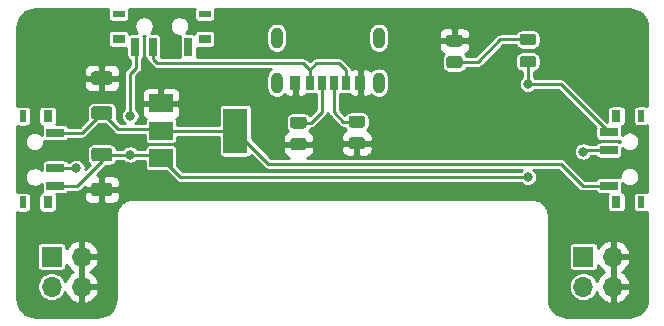
<source format=gbr>
G04 #@! TF.GenerationSoftware,KiCad,Pcbnew,(5.1.9-0-10_14)*
G04 #@! TF.CreationDate,2021-04-08T17:16:22-05:00*
G04 #@! TF.ProjectId,Power Helper,506f7765-7220-4486-956c-7065722e6b69,1*
G04 #@! TF.SameCoordinates,Original*
G04 #@! TF.FileFunction,Copper,L1,Top*
G04 #@! TF.FilePolarity,Positive*
%FSLAX46Y46*%
G04 Gerber Fmt 4.6, Leading zero omitted, Abs format (unit mm)*
G04 Created by KiCad (PCBNEW (5.1.9-0-10_14)) date 2021-04-08 17:16:22*
%MOMM*%
%LPD*%
G01*
G04 APERTURE LIST*
G04 #@! TA.AperFunction,SMDPad,CuDef*
%ADD10R,0.900000X1.150000*%
G04 #@! TD*
G04 #@! TA.AperFunction,SMDPad,CuDef*
%ADD11R,0.800000X1.150000*%
G04 #@! TD*
G04 #@! TA.AperFunction,SMDPad,CuDef*
%ADD12R,0.700000X1.150000*%
G04 #@! TD*
G04 #@! TA.AperFunction,ComponentPad*
%ADD13O,1.000000X1.800000*%
G04 #@! TD*
G04 #@! TA.AperFunction,ComponentPad*
%ADD14O,1.700000X1.700000*%
G04 #@! TD*
G04 #@! TA.AperFunction,ComponentPad*
%ADD15R,1.700000X1.700000*%
G04 #@! TD*
G04 #@! TA.AperFunction,SMDPad,CuDef*
%ADD16R,0.698500X1.498600*%
G04 #@! TD*
G04 #@! TA.AperFunction,SMDPad,CuDef*
%ADD17R,0.998220X0.599440*%
G04 #@! TD*
G04 #@! TA.AperFunction,SMDPad,CuDef*
%ADD18R,0.998220X0.797560*%
G04 #@! TD*
G04 #@! TA.AperFunction,SMDPad,CuDef*
%ADD19R,1.498600X0.698500*%
G04 #@! TD*
G04 #@! TA.AperFunction,SMDPad,CuDef*
%ADD20R,0.599440X0.998220*%
G04 #@! TD*
G04 #@! TA.AperFunction,SMDPad,CuDef*
%ADD21R,0.797560X0.998220*%
G04 #@! TD*
G04 #@! TA.AperFunction,SMDPad,CuDef*
%ADD22R,2.000000X3.800000*%
G04 #@! TD*
G04 #@! TA.AperFunction,SMDPad,CuDef*
%ADD23R,2.000000X1.500000*%
G04 #@! TD*
G04 #@! TA.AperFunction,ViaPad*
%ADD24C,0.800000*%
G04 #@! TD*
G04 #@! TA.AperFunction,Conductor*
%ADD25C,0.250000*%
G04 #@! TD*
G04 #@! TA.AperFunction,Conductor*
%ADD26C,0.254000*%
G04 #@! TD*
G04 #@! TA.AperFunction,Conductor*
%ADD27C,0.100000*%
G04 #@! TD*
G04 APERTURE END LIST*
G04 #@! TA.AperFunction,SMDPad,CuDef*
G36*
G01*
X122920999Y-97469000D02*
X124221001Y-97469000D01*
G75*
G02*
X124471000Y-97718999I0J-249999D01*
G01*
X124471000Y-98369001D01*
G75*
G02*
X124221001Y-98619000I-249999J0D01*
G01*
X122920999Y-98619000D01*
G75*
G02*
X122671000Y-98369001I0J249999D01*
G01*
X122671000Y-97718999D01*
G75*
G02*
X122920999Y-97469000I249999J0D01*
G01*
G37*
G04 #@! TD.AperFunction*
G04 #@! TA.AperFunction,SMDPad,CuDef*
G36*
G01*
X122920999Y-100419000D02*
X124221001Y-100419000D01*
G75*
G02*
X124471000Y-100668999I0J-249999D01*
G01*
X124471000Y-101319001D01*
G75*
G02*
X124221001Y-101569000I-249999J0D01*
G01*
X122920999Y-101569000D01*
G75*
G02*
X122671000Y-101319001I0J249999D01*
G01*
X122671000Y-100668999D01*
G75*
G02*
X122920999Y-100419000I249999J0D01*
G01*
G37*
G04 #@! TD.AperFunction*
G04 #@! TA.AperFunction,SMDPad,CuDef*
G36*
G01*
X124221001Y-92142000D02*
X122920999Y-92142000D01*
G75*
G02*
X122671000Y-91892001I0J249999D01*
G01*
X122671000Y-91241999D01*
G75*
G02*
X122920999Y-90992000I249999J0D01*
G01*
X124221001Y-90992000D01*
G75*
G02*
X124471000Y-91241999I0J-249999D01*
G01*
X124471000Y-91892001D01*
G75*
G02*
X124221001Y-92142000I-249999J0D01*
G01*
G37*
G04 #@! TD.AperFunction*
G04 #@! TA.AperFunction,SMDPad,CuDef*
G36*
G01*
X124221001Y-95092000D02*
X122920999Y-95092000D01*
G75*
G02*
X122671000Y-94842001I0J249999D01*
G01*
X122671000Y-94191999D01*
G75*
G02*
X122920999Y-93942000I249999J0D01*
G01*
X124221001Y-93942000D01*
G75*
G02*
X124471000Y-94191999I0J-249999D01*
G01*
X124471000Y-94842001D01*
G75*
G02*
X124221001Y-95092000I-249999J0D01*
G01*
G37*
G04 #@! TD.AperFunction*
G04 #@! TA.AperFunction,SMDPad,CuDef*
G36*
G01*
X159182750Y-87807500D02*
X160095250Y-87807500D01*
G75*
G02*
X160339000Y-88051250I0J-243750D01*
G01*
X160339000Y-88538750D01*
G75*
G02*
X160095250Y-88782500I-243750J0D01*
G01*
X159182750Y-88782500D01*
G75*
G02*
X158939000Y-88538750I0J243750D01*
G01*
X158939000Y-88051250D01*
G75*
G02*
X159182750Y-87807500I243750J0D01*
G01*
G37*
G04 #@! TD.AperFunction*
G04 #@! TA.AperFunction,SMDPad,CuDef*
G36*
G01*
X159182750Y-89682500D02*
X160095250Y-89682500D01*
G75*
G02*
X160339000Y-89926250I0J-243750D01*
G01*
X160339000Y-90413750D01*
G75*
G02*
X160095250Y-90657500I-243750J0D01*
G01*
X159182750Y-90657500D01*
G75*
G02*
X158939000Y-90413750I0J243750D01*
G01*
X158939000Y-89926250D01*
G75*
G02*
X159182750Y-89682500I243750J0D01*
G01*
G37*
G04 #@! TD.AperFunction*
D10*
X139954000Y-91948000D03*
X145454000Y-91948000D03*
D11*
X141184000Y-91948000D03*
X144224000Y-91948000D03*
D12*
X143204000Y-91948000D03*
X142204000Y-91948000D03*
D13*
X147024000Y-91948000D03*
X138384000Y-91948000D03*
X147024000Y-88148000D03*
X138384000Y-88148000D03*
D14*
X121858000Y-109220000D03*
X119318000Y-109220000D03*
X121858000Y-106680000D03*
D15*
X119318000Y-106680000D03*
X164338000Y-106680000D03*
D14*
X166878000Y-106680000D03*
X164338000Y-109220000D03*
X166878000Y-109220000D03*
G04 #@! TA.AperFunction,SMDPad,CuDef*
G36*
G01*
X139757999Y-94817500D02*
X140658001Y-94817500D01*
G75*
G02*
X140908000Y-95067499I0J-249999D01*
G01*
X140908000Y-95592501D01*
G75*
G02*
X140658001Y-95842500I-249999J0D01*
G01*
X139757999Y-95842500D01*
G75*
G02*
X139508000Y-95592501I0J249999D01*
G01*
X139508000Y-95067499D01*
G75*
G02*
X139757999Y-94817500I249999J0D01*
G01*
G37*
G04 #@! TD.AperFunction*
G04 #@! TA.AperFunction,SMDPad,CuDef*
G36*
G01*
X139757999Y-96642500D02*
X140658001Y-96642500D01*
G75*
G02*
X140908000Y-96892499I0J-249999D01*
G01*
X140908000Y-97417501D01*
G75*
G02*
X140658001Y-97667500I-249999J0D01*
G01*
X139757999Y-97667500D01*
G75*
G02*
X139508000Y-97417501I0J249999D01*
G01*
X139508000Y-96892499D01*
G75*
G02*
X139757999Y-96642500I249999J0D01*
G01*
G37*
G04 #@! TD.AperFunction*
G04 #@! TA.AperFunction,SMDPad,CuDef*
G36*
G01*
X144710999Y-96562500D02*
X145611001Y-96562500D01*
G75*
G02*
X145861000Y-96812499I0J-249999D01*
G01*
X145861000Y-97337501D01*
G75*
G02*
X145611001Y-97587500I-249999J0D01*
G01*
X144710999Y-97587500D01*
G75*
G02*
X144461000Y-97337501I0J249999D01*
G01*
X144461000Y-96812499D01*
G75*
G02*
X144710999Y-96562500I249999J0D01*
G01*
G37*
G04 #@! TD.AperFunction*
G04 #@! TA.AperFunction,SMDPad,CuDef*
G36*
G01*
X144710999Y-94737500D02*
X145611001Y-94737500D01*
G75*
G02*
X145861000Y-94987499I0J-249999D01*
G01*
X145861000Y-95512501D01*
G75*
G02*
X145611001Y-95762500I-249999J0D01*
G01*
X144710999Y-95762500D01*
G75*
G02*
X144461000Y-95512501I0J249999D01*
G01*
X144461000Y-94987499D01*
G75*
G02*
X144710999Y-94737500I249999J0D01*
G01*
G37*
G04 #@! TD.AperFunction*
G04 #@! TA.AperFunction,SMDPad,CuDef*
G36*
G01*
X153866001Y-90729500D02*
X152965999Y-90729500D01*
G75*
G02*
X152716000Y-90479501I0J249999D01*
G01*
X152716000Y-89954499D01*
G75*
G02*
X152965999Y-89704500I249999J0D01*
G01*
X153866001Y-89704500D01*
G75*
G02*
X154116000Y-89954499I0J-249999D01*
G01*
X154116000Y-90479501D01*
G75*
G02*
X153866001Y-90729500I-249999J0D01*
G01*
G37*
G04 #@! TD.AperFunction*
G04 #@! TA.AperFunction,SMDPad,CuDef*
G36*
G01*
X153866001Y-88904500D02*
X152965999Y-88904500D01*
G75*
G02*
X152716000Y-88654501I0J249999D01*
G01*
X152716000Y-88129499D01*
G75*
G02*
X152965999Y-87879500I249999J0D01*
G01*
X153866001Y-87879500D01*
G75*
G02*
X154116000Y-88129499I0J-249999D01*
G01*
X154116000Y-88654501D01*
G75*
G02*
X153866001Y-88904500I-249999J0D01*
G01*
G37*
G04 #@! TD.AperFunction*
D16*
X126390400Y-88900000D03*
X127889000Y-88900000D03*
X130886200Y-88900000D03*
D17*
X124988320Y-86154260D03*
D18*
X124988320Y-88252300D03*
D17*
X132288280Y-86154260D03*
D18*
X132288280Y-88252300D03*
D19*
X119634000Y-100685600D03*
X119634000Y-99187000D03*
X119634000Y-96189800D03*
D20*
X116888260Y-102087680D03*
D21*
X118986300Y-102087680D03*
D20*
X116888260Y-94787720D03*
D21*
X118986300Y-94787720D03*
D19*
X166497000Y-96164400D03*
X166497000Y-97663000D03*
X166497000Y-100660200D03*
D20*
X169242740Y-94762320D03*
D21*
X167144700Y-94762320D03*
D20*
X169242740Y-102062280D03*
D21*
X167144700Y-102062280D03*
D22*
X134874000Y-96012000D03*
D23*
X128574000Y-96012000D03*
X128574000Y-98312000D03*
X128574000Y-93712000D03*
D24*
X159639000Y-92075000D03*
X159639000Y-99949000D03*
X125984000Y-94742000D03*
X125984000Y-98044000D03*
X149733000Y-95123000D03*
X162306000Y-94996000D03*
X119761000Y-89027000D03*
X121412000Y-99187000D03*
X164338000Y-97790000D03*
D25*
X159639000Y-92075000D02*
X159639000Y-90170000D01*
X162407600Y-92075000D02*
X166497000Y-96164400D01*
X159639000Y-92075000D02*
X162407600Y-92075000D01*
X128574000Y-98312000D02*
X130211000Y-99949000D01*
X130211000Y-99949000D02*
X159639000Y-99949000D01*
X123571000Y-98044000D02*
X125984000Y-98044000D01*
X128306000Y-98044000D02*
X125984000Y-98044000D01*
X128574000Y-98312000D02*
X128306000Y-98044000D01*
X126492000Y-90678000D02*
X125984000Y-91186000D01*
X126492000Y-89001600D02*
X126492000Y-90678000D01*
X125984000Y-91186000D02*
X125984000Y-94742000D01*
X126390400Y-88900000D02*
X126492000Y-89001600D01*
X123571000Y-98619000D02*
X123571000Y-98044000D01*
X119634000Y-100685600D02*
X121504400Y-100685600D01*
X121504400Y-100685600D02*
X123571000Y-98619000D01*
X121898200Y-96189800D02*
X123571000Y-94517000D01*
X119634000Y-96189800D02*
X121898200Y-96189800D01*
X123571000Y-94517000D02*
X124968000Y-95914000D01*
X128476000Y-95914000D02*
X128574000Y-96012000D01*
X124968000Y-95914000D02*
X128476000Y-95914000D01*
X128574000Y-96012000D02*
X134874000Y-96012000D01*
X162433000Y-98806000D02*
X137668000Y-98806000D01*
X137668000Y-98806000D02*
X134874000Y-96012000D01*
X164287200Y-100660200D02*
X162433000Y-98806000D01*
X166497000Y-100660200D02*
X164287200Y-100660200D01*
X157323000Y-88295000D02*
X159639000Y-88295000D01*
X155401000Y-90217000D02*
X157323000Y-88295000D01*
X153416000Y-90217000D02*
X155401000Y-90217000D01*
X144224000Y-90884000D02*
X144224000Y-91948000D01*
X143637000Y-90297000D02*
X144224000Y-90884000D01*
X141732000Y-90297000D02*
X143637000Y-90297000D01*
X141184000Y-90845000D02*
X141732000Y-90297000D01*
X141184000Y-91948000D02*
X141184000Y-90845000D01*
X141184000Y-90892000D02*
X141184000Y-91948000D01*
X140589000Y-90297000D02*
X141184000Y-90892000D01*
X128270000Y-90297000D02*
X140589000Y-90297000D01*
X127889000Y-89916000D02*
X128270000Y-90297000D01*
X127889000Y-88900000D02*
X127889000Y-89916000D01*
X143204000Y-94436000D02*
X144018000Y-95250000D01*
X144018000Y-95250000D02*
X145415000Y-95250000D01*
X143204000Y-91948000D02*
X143204000Y-94436000D01*
X141271000Y-95330000D02*
X140335000Y-95330000D01*
X142204000Y-94397000D02*
X141271000Y-95330000D01*
X142204000Y-91948000D02*
X142204000Y-94397000D01*
X119634000Y-99187000D02*
X121412000Y-99187000D01*
X164465000Y-97663000D02*
X164338000Y-97790000D01*
X166497000Y-97663000D02*
X164465000Y-97663000D01*
D26*
X124113723Y-85779851D02*
X124106367Y-85854540D01*
X124106367Y-86453980D01*
X124113723Y-86528669D01*
X124135509Y-86600488D01*
X124170888Y-86666676D01*
X124218499Y-86724691D01*
X124276514Y-86772302D01*
X124342702Y-86807681D01*
X124414521Y-86829467D01*
X124489210Y-86836823D01*
X125487430Y-86836823D01*
X125562119Y-86829467D01*
X125633938Y-86807681D01*
X125700126Y-86772302D01*
X125758141Y-86724691D01*
X125805752Y-86666676D01*
X125841131Y-86600488D01*
X125862917Y-86528669D01*
X125870273Y-86453980D01*
X125870273Y-85854540D01*
X125862917Y-85779851D01*
X125848401Y-85731999D01*
X131428199Y-85732000D01*
X131413683Y-85779851D01*
X131406327Y-85854540D01*
X131406327Y-86453980D01*
X131413683Y-86528669D01*
X131435469Y-86600488D01*
X131470848Y-86666676D01*
X131518459Y-86724691D01*
X131576474Y-86772302D01*
X131642662Y-86807681D01*
X131714481Y-86829467D01*
X131789170Y-86836823D01*
X132787390Y-86836823D01*
X132862079Y-86829467D01*
X132933898Y-86807681D01*
X133000086Y-86772302D01*
X133058101Y-86724691D01*
X133105712Y-86666676D01*
X133141091Y-86600488D01*
X133162877Y-86528669D01*
X133170233Y-86453980D01*
X133170233Y-85854540D01*
X133162877Y-85779851D01*
X133148361Y-85732000D01*
X168214487Y-85732001D01*
X168532591Y-85763192D01*
X168815966Y-85848747D01*
X169077327Y-85987716D01*
X169306714Y-86174800D01*
X169495396Y-86402878D01*
X169636183Y-86663258D01*
X169723715Y-86946027D01*
X169757000Y-87262712D01*
X169757000Y-93946402D01*
X169755156Y-93944888D01*
X169688968Y-93909509D01*
X169617149Y-93887723D01*
X169542460Y-93880367D01*
X168943020Y-93880367D01*
X168868331Y-93887723D01*
X168796512Y-93909509D01*
X168730324Y-93944888D01*
X168672309Y-93992499D01*
X168624698Y-94050514D01*
X168589319Y-94116702D01*
X168567533Y-94188521D01*
X168560177Y-94263210D01*
X168560177Y-95261430D01*
X168567533Y-95336119D01*
X168589319Y-95407938D01*
X168624698Y-95474126D01*
X168672309Y-95532141D01*
X168730324Y-95579752D01*
X168796512Y-95615131D01*
X168868331Y-95636917D01*
X168943020Y-95644273D01*
X169542460Y-95644273D01*
X169617149Y-95636917D01*
X169688968Y-95615131D01*
X169755156Y-95579752D01*
X169757000Y-95578238D01*
X169757001Y-101246362D01*
X169755156Y-101244848D01*
X169688968Y-101209469D01*
X169617149Y-101187683D01*
X169542460Y-101180327D01*
X168943020Y-101180327D01*
X168868331Y-101187683D01*
X168796512Y-101209469D01*
X168730324Y-101244848D01*
X168672309Y-101292459D01*
X168624698Y-101350474D01*
X168589319Y-101416662D01*
X168567533Y-101488481D01*
X168560177Y-101563170D01*
X168560177Y-102561390D01*
X168567533Y-102636079D01*
X168589319Y-102707898D01*
X168624698Y-102774086D01*
X168672309Y-102832101D01*
X168730324Y-102879712D01*
X168796512Y-102915091D01*
X168868331Y-102936877D01*
X168943020Y-102944233D01*
X169542460Y-102944233D01*
X169617149Y-102936877D01*
X169688968Y-102915091D01*
X169755156Y-102879712D01*
X169757001Y-102878198D01*
X169757001Y-110227466D01*
X169725808Y-110545590D01*
X169640252Y-110828968D01*
X169501286Y-111090325D01*
X169314203Y-111319711D01*
X169086122Y-111508396D01*
X168825741Y-111649183D01*
X168542974Y-111736715D01*
X168226288Y-111770000D01*
X162961531Y-111770000D01*
X162643407Y-111738808D01*
X162360035Y-111653253D01*
X162098678Y-111514287D01*
X161869284Y-111327198D01*
X161680604Y-111099124D01*
X161539817Y-110838744D01*
X161452285Y-110555974D01*
X161419000Y-110239288D01*
X161419000Y-105830000D01*
X163105157Y-105830000D01*
X163105157Y-107530000D01*
X163112513Y-107604689D01*
X163134299Y-107676508D01*
X163169678Y-107742696D01*
X163217289Y-107800711D01*
X163275304Y-107848322D01*
X163341492Y-107883701D01*
X163413311Y-107905487D01*
X163488000Y-107912843D01*
X165188000Y-107912843D01*
X165262689Y-107905487D01*
X165334508Y-107883701D01*
X165400696Y-107848322D01*
X165458711Y-107800711D01*
X165506322Y-107742696D01*
X165541701Y-107676508D01*
X165563487Y-107604689D01*
X165570843Y-107530000D01*
X165570843Y-107372355D01*
X165606359Y-107446920D01*
X165780412Y-107680269D01*
X165996645Y-107875178D01*
X166122255Y-107950000D01*
X165996645Y-108024822D01*
X165780412Y-108219731D01*
X165606359Y-108453080D01*
X165481175Y-108715901D01*
X165472909Y-108743154D01*
X165428898Y-108636903D01*
X165294180Y-108435283D01*
X165122717Y-108263820D01*
X164921097Y-108129102D01*
X164697069Y-108036307D01*
X164459243Y-107989000D01*
X164216757Y-107989000D01*
X163978931Y-108036307D01*
X163754903Y-108129102D01*
X163553283Y-108263820D01*
X163381820Y-108435283D01*
X163247102Y-108636903D01*
X163154307Y-108860931D01*
X163107000Y-109098757D01*
X163107000Y-109341243D01*
X163154307Y-109579069D01*
X163247102Y-109803097D01*
X163381820Y-110004717D01*
X163553283Y-110176180D01*
X163754903Y-110310898D01*
X163978931Y-110403693D01*
X164216757Y-110451000D01*
X164459243Y-110451000D01*
X164697069Y-110403693D01*
X164921097Y-110310898D01*
X165122717Y-110176180D01*
X165294180Y-110004717D01*
X165428898Y-109803097D01*
X165472909Y-109696846D01*
X165481175Y-109724099D01*
X165606359Y-109986920D01*
X165780412Y-110220269D01*
X165996645Y-110415178D01*
X166246748Y-110564157D01*
X166521109Y-110661481D01*
X166751000Y-110540814D01*
X166751000Y-109347000D01*
X167005000Y-109347000D01*
X167005000Y-110540814D01*
X167234891Y-110661481D01*
X167509252Y-110564157D01*
X167759355Y-110415178D01*
X167975588Y-110220269D01*
X168149641Y-109986920D01*
X168274825Y-109724099D01*
X168319476Y-109576890D01*
X168198155Y-109347000D01*
X167005000Y-109347000D01*
X166751000Y-109347000D01*
X166731000Y-109347000D01*
X166731000Y-109093000D01*
X166751000Y-109093000D01*
X166751000Y-106807000D01*
X167005000Y-106807000D01*
X167005000Y-109093000D01*
X168198155Y-109093000D01*
X168319476Y-108863110D01*
X168274825Y-108715901D01*
X168149641Y-108453080D01*
X167975588Y-108219731D01*
X167759355Y-108024822D01*
X167633745Y-107950000D01*
X167759355Y-107875178D01*
X167975588Y-107680269D01*
X168149641Y-107446920D01*
X168274825Y-107184099D01*
X168319476Y-107036890D01*
X168198155Y-106807000D01*
X167005000Y-106807000D01*
X166751000Y-106807000D01*
X166731000Y-106807000D01*
X166731000Y-106553000D01*
X166751000Y-106553000D01*
X166751000Y-105359186D01*
X167005000Y-105359186D01*
X167005000Y-106553000D01*
X168198155Y-106553000D01*
X168319476Y-106323110D01*
X168274825Y-106175901D01*
X168149641Y-105913080D01*
X167975588Y-105679731D01*
X167759355Y-105484822D01*
X167509252Y-105335843D01*
X167234891Y-105238519D01*
X167005000Y-105359186D01*
X166751000Y-105359186D01*
X166521109Y-105238519D01*
X166246748Y-105335843D01*
X165996645Y-105484822D01*
X165780412Y-105679731D01*
X165606359Y-105913080D01*
X165570843Y-105987645D01*
X165570843Y-105830000D01*
X165563487Y-105755311D01*
X165541701Y-105683492D01*
X165506322Y-105617304D01*
X165458711Y-105559289D01*
X165400696Y-105511678D01*
X165334508Y-105476299D01*
X165262689Y-105454513D01*
X165188000Y-105447157D01*
X163488000Y-105447157D01*
X163413311Y-105454513D01*
X163341492Y-105476299D01*
X163275304Y-105511678D01*
X163217289Y-105559289D01*
X163169678Y-105617304D01*
X163134299Y-105683492D01*
X163112513Y-105755311D01*
X163105157Y-105830000D01*
X161419000Y-105830000D01*
X161419000Y-103227374D01*
X161416953Y-103206590D01*
X161416996Y-103200423D01*
X161416341Y-103193739D01*
X161395940Y-102999642D01*
X161387177Y-102956955D01*
X161379005Y-102914116D01*
X161377064Y-102907687D01*
X161319352Y-102721249D01*
X161302453Y-102681048D01*
X161286127Y-102640639D01*
X161282974Y-102634709D01*
X161190149Y-102463033D01*
X161165796Y-102426929D01*
X161141899Y-102390410D01*
X161137654Y-102385205D01*
X161013250Y-102234827D01*
X160982316Y-102204108D01*
X160951815Y-102172962D01*
X160946640Y-102168681D01*
X160795398Y-102045331D01*
X160759093Y-102021210D01*
X160723116Y-101996576D01*
X160717208Y-101993381D01*
X160544885Y-101901756D01*
X160504592Y-101885148D01*
X160464510Y-101867969D01*
X160458094Y-101865983D01*
X160271258Y-101809574D01*
X160228498Y-101801108D01*
X160185851Y-101792043D01*
X160179171Y-101791341D01*
X159984938Y-101772296D01*
X159961626Y-101770000D01*
X126214374Y-101770000D01*
X126193590Y-101772047D01*
X126187423Y-101772004D01*
X126180739Y-101772659D01*
X125986642Y-101793060D01*
X125943955Y-101801823D01*
X125901116Y-101809995D01*
X125894687Y-101811936D01*
X125708249Y-101869648D01*
X125668048Y-101886547D01*
X125627639Y-101902873D01*
X125621709Y-101906026D01*
X125450033Y-101998851D01*
X125413929Y-102023204D01*
X125377410Y-102047101D01*
X125372205Y-102051346D01*
X125221827Y-102175750D01*
X125191108Y-102206684D01*
X125159962Y-102237185D01*
X125155681Y-102242360D01*
X125032331Y-102393602D01*
X125008210Y-102429907D01*
X124983576Y-102465884D01*
X124980381Y-102471792D01*
X124888756Y-102644115D01*
X124872148Y-102684408D01*
X124854969Y-102724490D01*
X124852983Y-102730906D01*
X124796574Y-102917742D01*
X124788108Y-102960502D01*
X124779043Y-103003149D01*
X124778341Y-103009829D01*
X124759490Y-103202086D01*
X124756999Y-103227375D01*
X124757000Y-110227478D01*
X124725808Y-110545592D01*
X124640253Y-110828967D01*
X124501287Y-111090324D01*
X124314202Y-111319713D01*
X124086124Y-111508396D01*
X123825744Y-111649183D01*
X123542974Y-111736715D01*
X123226288Y-111770000D01*
X117961531Y-111770000D01*
X117643409Y-111738808D01*
X117360030Y-111653251D01*
X117098673Y-111514285D01*
X116869287Y-111327203D01*
X116680605Y-111099125D01*
X116539817Y-110838743D01*
X116452284Y-110555971D01*
X116419000Y-110239291D01*
X116419000Y-105830000D01*
X118085157Y-105830000D01*
X118085157Y-107530000D01*
X118092513Y-107604689D01*
X118114299Y-107676508D01*
X118149678Y-107742696D01*
X118197289Y-107800711D01*
X118255304Y-107848322D01*
X118321492Y-107883701D01*
X118393311Y-107905487D01*
X118468000Y-107912843D01*
X120168000Y-107912843D01*
X120242689Y-107905487D01*
X120314508Y-107883701D01*
X120380696Y-107848322D01*
X120438711Y-107800711D01*
X120486322Y-107742696D01*
X120521701Y-107676508D01*
X120543487Y-107604689D01*
X120550843Y-107530000D01*
X120550843Y-107372355D01*
X120586359Y-107446920D01*
X120760412Y-107680269D01*
X120976645Y-107875178D01*
X121102255Y-107950000D01*
X120976645Y-108024822D01*
X120760412Y-108219731D01*
X120586359Y-108453080D01*
X120461175Y-108715901D01*
X120452909Y-108743154D01*
X120408898Y-108636903D01*
X120274180Y-108435283D01*
X120102717Y-108263820D01*
X119901097Y-108129102D01*
X119677069Y-108036307D01*
X119439243Y-107989000D01*
X119196757Y-107989000D01*
X118958931Y-108036307D01*
X118734903Y-108129102D01*
X118533283Y-108263820D01*
X118361820Y-108435283D01*
X118227102Y-108636903D01*
X118134307Y-108860931D01*
X118087000Y-109098757D01*
X118087000Y-109341243D01*
X118134307Y-109579069D01*
X118227102Y-109803097D01*
X118361820Y-110004717D01*
X118533283Y-110176180D01*
X118734903Y-110310898D01*
X118958931Y-110403693D01*
X119196757Y-110451000D01*
X119439243Y-110451000D01*
X119677069Y-110403693D01*
X119901097Y-110310898D01*
X120102717Y-110176180D01*
X120274180Y-110004717D01*
X120408898Y-109803097D01*
X120452909Y-109696846D01*
X120461175Y-109724099D01*
X120586359Y-109986920D01*
X120760412Y-110220269D01*
X120976645Y-110415178D01*
X121226748Y-110564157D01*
X121501109Y-110661481D01*
X121731000Y-110540814D01*
X121731000Y-109347000D01*
X121985000Y-109347000D01*
X121985000Y-110540814D01*
X122214891Y-110661481D01*
X122489252Y-110564157D01*
X122739355Y-110415178D01*
X122955588Y-110220269D01*
X123129641Y-109986920D01*
X123254825Y-109724099D01*
X123299476Y-109576890D01*
X123178155Y-109347000D01*
X121985000Y-109347000D01*
X121731000Y-109347000D01*
X121711000Y-109347000D01*
X121711000Y-109093000D01*
X121731000Y-109093000D01*
X121731000Y-106807000D01*
X121985000Y-106807000D01*
X121985000Y-109093000D01*
X123178155Y-109093000D01*
X123299476Y-108863110D01*
X123254825Y-108715901D01*
X123129641Y-108453080D01*
X122955588Y-108219731D01*
X122739355Y-108024822D01*
X122613745Y-107950000D01*
X122739355Y-107875178D01*
X122955588Y-107680269D01*
X123129641Y-107446920D01*
X123254825Y-107184099D01*
X123299476Y-107036890D01*
X123178155Y-106807000D01*
X121985000Y-106807000D01*
X121731000Y-106807000D01*
X121711000Y-106807000D01*
X121711000Y-106553000D01*
X121731000Y-106553000D01*
X121731000Y-105359186D01*
X121985000Y-105359186D01*
X121985000Y-106553000D01*
X123178155Y-106553000D01*
X123299476Y-106323110D01*
X123254825Y-106175901D01*
X123129641Y-105913080D01*
X122955588Y-105679731D01*
X122739355Y-105484822D01*
X122489252Y-105335843D01*
X122214891Y-105238519D01*
X121985000Y-105359186D01*
X121731000Y-105359186D01*
X121501109Y-105238519D01*
X121226748Y-105335843D01*
X120976645Y-105484822D01*
X120760412Y-105679731D01*
X120586359Y-105913080D01*
X120550843Y-105987645D01*
X120550843Y-105830000D01*
X120543487Y-105755311D01*
X120521701Y-105683492D01*
X120486322Y-105617304D01*
X120438711Y-105559289D01*
X120380696Y-105511678D01*
X120314508Y-105476299D01*
X120242689Y-105454513D01*
X120168000Y-105447157D01*
X118468000Y-105447157D01*
X118393311Y-105454513D01*
X118321492Y-105476299D01*
X118255304Y-105511678D01*
X118197289Y-105559289D01*
X118149678Y-105617304D01*
X118114299Y-105683492D01*
X118092513Y-105755311D01*
X118085157Y-105830000D01*
X116419000Y-105830000D01*
X116419000Y-102928180D01*
X116442032Y-102940491D01*
X116513851Y-102962277D01*
X116588540Y-102969633D01*
X117187980Y-102969633D01*
X117262669Y-102962277D01*
X117334488Y-102940491D01*
X117400676Y-102905112D01*
X117458691Y-102857501D01*
X117506302Y-102799486D01*
X117541681Y-102733298D01*
X117563467Y-102661479D01*
X117570823Y-102586790D01*
X117570823Y-101588570D01*
X117563467Y-101513881D01*
X117541681Y-101442062D01*
X117506302Y-101375874D01*
X117458691Y-101317859D01*
X117400676Y-101270248D01*
X117334488Y-101234869D01*
X117262669Y-101213083D01*
X117187980Y-101205727D01*
X116588540Y-101205727D01*
X116513851Y-101213083D01*
X116442032Y-101234869D01*
X116419000Y-101247180D01*
X116419000Y-96857295D01*
X117055900Y-96857295D01*
X117055900Y-97020905D01*
X117087819Y-97181371D01*
X117150429Y-97332527D01*
X117241326Y-97468564D01*
X117357016Y-97584254D01*
X117493053Y-97675151D01*
X117644209Y-97737761D01*
X117804675Y-97769680D01*
X117968285Y-97769680D01*
X118128751Y-97737761D01*
X118279907Y-97675151D01*
X118415944Y-97584254D01*
X118531634Y-97468564D01*
X118622531Y-97332527D01*
X118685141Y-97181371D01*
X118717060Y-97020905D01*
X118717060Y-96881455D01*
X118738192Y-96892751D01*
X118810011Y-96914537D01*
X118884700Y-96921893D01*
X120383300Y-96921893D01*
X120457989Y-96914537D01*
X120529808Y-96892751D01*
X120595996Y-96857372D01*
X120654011Y-96809761D01*
X120701622Y-96751746D01*
X120731526Y-96695800D01*
X121873354Y-96695800D01*
X121898200Y-96698247D01*
X121923046Y-96695800D01*
X121923054Y-96695800D01*
X121997393Y-96688478D01*
X122092775Y-96659545D01*
X122180679Y-96612559D01*
X122257727Y-96549327D01*
X122273576Y-96530015D01*
X123328749Y-95474843D01*
X123813252Y-95474843D01*
X124592628Y-96254220D01*
X124608473Y-96273527D01*
X124685521Y-96336759D01*
X124773425Y-96383745D01*
X124846607Y-96405944D01*
X124868806Y-96412678D01*
X124878694Y-96413652D01*
X124943146Y-96420000D01*
X124943153Y-96420000D01*
X124967999Y-96422447D01*
X124992845Y-96420000D01*
X127191157Y-96420000D01*
X127191157Y-96762000D01*
X127198513Y-96836689D01*
X127220299Y-96908508D01*
X127255678Y-96974696D01*
X127303289Y-97032711D01*
X127361304Y-97080322D01*
X127427492Y-97115701D01*
X127499311Y-97137487D01*
X127574000Y-97144843D01*
X129574000Y-97144843D01*
X129648689Y-97137487D01*
X129720508Y-97115701D01*
X129786696Y-97080322D01*
X129844711Y-97032711D01*
X129892322Y-96974696D01*
X129927701Y-96908508D01*
X129949487Y-96836689D01*
X129956843Y-96762000D01*
X129956843Y-96518000D01*
X133491157Y-96518000D01*
X133491157Y-97912000D01*
X133498513Y-97986689D01*
X133520299Y-98058508D01*
X133555678Y-98124696D01*
X133603289Y-98182711D01*
X133661304Y-98230322D01*
X133727492Y-98265701D01*
X133799311Y-98287487D01*
X133874000Y-98294843D01*
X135874000Y-98294843D01*
X135948689Y-98287487D01*
X136020508Y-98265701D01*
X136086696Y-98230322D01*
X136144711Y-98182711D01*
X136192322Y-98124696D01*
X136219764Y-98073356D01*
X137292628Y-99146220D01*
X137308473Y-99165527D01*
X137385521Y-99228759D01*
X137473425Y-99275745D01*
X137568807Y-99304678D01*
X137668000Y-99314448D01*
X137692854Y-99312000D01*
X159186575Y-99312000D01*
X159141141Y-99342358D01*
X159040499Y-99443000D01*
X130420592Y-99443000D01*
X129956843Y-98979251D01*
X129956843Y-97562000D01*
X129949487Y-97487311D01*
X129927701Y-97415492D01*
X129892322Y-97349304D01*
X129844711Y-97291289D01*
X129786696Y-97243678D01*
X129720508Y-97208299D01*
X129648689Y-97186513D01*
X129574000Y-97179157D01*
X127574000Y-97179157D01*
X127499311Y-97186513D01*
X127427492Y-97208299D01*
X127361304Y-97243678D01*
X127303289Y-97291289D01*
X127255678Y-97349304D01*
X127220299Y-97415492D01*
X127198513Y-97487311D01*
X127193521Y-97538000D01*
X126582501Y-97538000D01*
X126481859Y-97437358D01*
X126353942Y-97351887D01*
X126211809Y-97293013D01*
X126060922Y-97263000D01*
X125907078Y-97263000D01*
X125756191Y-97293013D01*
X125614058Y-97351887D01*
X125486141Y-97437358D01*
X125385499Y-97538000D01*
X124824229Y-97538000D01*
X124805671Y-97476821D01*
X124747190Y-97367411D01*
X124668488Y-97271512D01*
X124572589Y-97192810D01*
X124463179Y-97134329D01*
X124344462Y-97098317D01*
X124221001Y-97086157D01*
X122920999Y-97086157D01*
X122797538Y-97098317D01*
X122678821Y-97134329D01*
X122569411Y-97192810D01*
X122473512Y-97271512D01*
X122394810Y-97367411D01*
X122336329Y-97476821D01*
X122300317Y-97595538D01*
X122288157Y-97718999D01*
X122288157Y-98369001D01*
X122300317Y-98492462D01*
X122336329Y-98611179D01*
X122394810Y-98720589D01*
X122473512Y-98816488D01*
X122569411Y-98895190D01*
X122575802Y-98898606D01*
X122188658Y-99285750D01*
X122193000Y-99263922D01*
X122193000Y-99110078D01*
X122162987Y-98959191D01*
X122104113Y-98817058D01*
X122018642Y-98689141D01*
X121909859Y-98580358D01*
X121781942Y-98494887D01*
X121639809Y-98436013D01*
X121488922Y-98406000D01*
X121335078Y-98406000D01*
X121184191Y-98436013D01*
X121042058Y-98494887D01*
X120914141Y-98580358D01*
X120813499Y-98681000D01*
X120731526Y-98681000D01*
X120701622Y-98625054D01*
X120654011Y-98567039D01*
X120595996Y-98519428D01*
X120529808Y-98484049D01*
X120457989Y-98462263D01*
X120383300Y-98454907D01*
X118884700Y-98454907D01*
X118810011Y-98462263D01*
X118738192Y-98484049D01*
X118672004Y-98519428D01*
X118613989Y-98567039D01*
X118566378Y-98625054D01*
X118530999Y-98691242D01*
X118509213Y-98763061D01*
X118501857Y-98837750D01*
X118501857Y-99377059D01*
X118415944Y-99291146D01*
X118279907Y-99200249D01*
X118128751Y-99137639D01*
X117968285Y-99105720D01*
X117804675Y-99105720D01*
X117644209Y-99137639D01*
X117493053Y-99200249D01*
X117357016Y-99291146D01*
X117241326Y-99406836D01*
X117150429Y-99542873D01*
X117087819Y-99694029D01*
X117055900Y-99854495D01*
X117055900Y-100018105D01*
X117087819Y-100178571D01*
X117150429Y-100329727D01*
X117241326Y-100465764D01*
X117357016Y-100581454D01*
X117493053Y-100672351D01*
X117644209Y-100734961D01*
X117804675Y-100766880D01*
X117968285Y-100766880D01*
X118128751Y-100734961D01*
X118279907Y-100672351D01*
X118415944Y-100581454D01*
X118501857Y-100495541D01*
X118501857Y-101034850D01*
X118509213Y-101109539D01*
X118530999Y-101181358D01*
X118546200Y-101209797D01*
X118512831Y-101213083D01*
X118441012Y-101234869D01*
X118374824Y-101270248D01*
X118316809Y-101317859D01*
X118269198Y-101375874D01*
X118233819Y-101442062D01*
X118212033Y-101513881D01*
X118204677Y-101588570D01*
X118204677Y-102586790D01*
X118212033Y-102661479D01*
X118233819Y-102733298D01*
X118269198Y-102799486D01*
X118316809Y-102857501D01*
X118374824Y-102905112D01*
X118441012Y-102940491D01*
X118512831Y-102962277D01*
X118587520Y-102969633D01*
X119385080Y-102969633D01*
X119459769Y-102962277D01*
X119531588Y-102940491D01*
X119597776Y-102905112D01*
X119655791Y-102857501D01*
X119703402Y-102799486D01*
X119738781Y-102733298D01*
X119760567Y-102661479D01*
X119767923Y-102586790D01*
X119767923Y-101588570D01*
X119765996Y-101569000D01*
X122032928Y-101569000D01*
X122045188Y-101693482D01*
X122081498Y-101813180D01*
X122140463Y-101923494D01*
X122219815Y-102020185D01*
X122316506Y-102099537D01*
X122426820Y-102158502D01*
X122546518Y-102194812D01*
X122671000Y-102207072D01*
X123285250Y-102204000D01*
X123444000Y-102045250D01*
X123444000Y-101121000D01*
X123698000Y-101121000D01*
X123698000Y-102045250D01*
X123856750Y-102204000D01*
X124471000Y-102207072D01*
X124595482Y-102194812D01*
X124715180Y-102158502D01*
X124825494Y-102099537D01*
X124922185Y-102020185D01*
X125001537Y-101923494D01*
X125060502Y-101813180D01*
X125096812Y-101693482D01*
X125109072Y-101569000D01*
X125106000Y-101279750D01*
X124947250Y-101121000D01*
X123698000Y-101121000D01*
X123444000Y-101121000D01*
X122194750Y-101121000D01*
X122036000Y-101279750D01*
X122032928Y-101569000D01*
X119765996Y-101569000D01*
X119760567Y-101513881D01*
X119738781Y-101442062D01*
X119725755Y-101417693D01*
X120383300Y-101417693D01*
X120457989Y-101410337D01*
X120529808Y-101388551D01*
X120595996Y-101353172D01*
X120654011Y-101305561D01*
X120701622Y-101247546D01*
X120731526Y-101191600D01*
X121479554Y-101191600D01*
X121504400Y-101194047D01*
X121529246Y-101191600D01*
X121529254Y-101191600D01*
X121603593Y-101184278D01*
X121698975Y-101155345D01*
X121786879Y-101108359D01*
X121863927Y-101045127D01*
X121879776Y-101025815D01*
X122116671Y-100788921D01*
X122194750Y-100867000D01*
X123444000Y-100867000D01*
X123444000Y-99942750D01*
X123698000Y-99942750D01*
X123698000Y-100867000D01*
X124947250Y-100867000D01*
X125106000Y-100708250D01*
X125109072Y-100419000D01*
X125096812Y-100294518D01*
X125060502Y-100174820D01*
X125001537Y-100064506D01*
X124922185Y-99967815D01*
X124825494Y-99888463D01*
X124715180Y-99829498D01*
X124595482Y-99793188D01*
X124471000Y-99780928D01*
X123856750Y-99784000D01*
X123698000Y-99942750D01*
X123444000Y-99942750D01*
X123285250Y-99784000D01*
X123122406Y-99783186D01*
X123903749Y-99001843D01*
X124221001Y-99001843D01*
X124344462Y-98989683D01*
X124463179Y-98953671D01*
X124572589Y-98895190D01*
X124668488Y-98816488D01*
X124747190Y-98720589D01*
X124805671Y-98611179D01*
X124824229Y-98550000D01*
X125385499Y-98550000D01*
X125486141Y-98650642D01*
X125614058Y-98736113D01*
X125756191Y-98794987D01*
X125907078Y-98825000D01*
X126060922Y-98825000D01*
X126211809Y-98794987D01*
X126353942Y-98736113D01*
X126481859Y-98650642D01*
X126582501Y-98550000D01*
X127191157Y-98550000D01*
X127191157Y-99062000D01*
X127198513Y-99136689D01*
X127220299Y-99208508D01*
X127255678Y-99274696D01*
X127303289Y-99332711D01*
X127361304Y-99380322D01*
X127427492Y-99415701D01*
X127499311Y-99437487D01*
X127574000Y-99444843D01*
X128991252Y-99444843D01*
X129835628Y-100289220D01*
X129851473Y-100308527D01*
X129928521Y-100371759D01*
X129987195Y-100403121D01*
X130016425Y-100418745D01*
X130111807Y-100447678D01*
X130211000Y-100457448D01*
X130235854Y-100455000D01*
X159040499Y-100455000D01*
X159141141Y-100555642D01*
X159269058Y-100641113D01*
X159411191Y-100699987D01*
X159562078Y-100730000D01*
X159715922Y-100730000D01*
X159866809Y-100699987D01*
X160008942Y-100641113D01*
X160136859Y-100555642D01*
X160245642Y-100446859D01*
X160331113Y-100318942D01*
X160389987Y-100176809D01*
X160420000Y-100025922D01*
X160420000Y-99872078D01*
X160389987Y-99721191D01*
X160331113Y-99579058D01*
X160245642Y-99451141D01*
X160136859Y-99342358D01*
X160091425Y-99312000D01*
X162223409Y-99312000D01*
X163911828Y-101000420D01*
X163927673Y-101019727D01*
X164004721Y-101082959D01*
X164092625Y-101129945D01*
X164188007Y-101158878D01*
X164287200Y-101168648D01*
X164312054Y-101166200D01*
X165399474Y-101166200D01*
X165429378Y-101222146D01*
X165476989Y-101280161D01*
X165535004Y-101327772D01*
X165601192Y-101363151D01*
X165673011Y-101384937D01*
X165747700Y-101392293D01*
X166405245Y-101392293D01*
X166392219Y-101416662D01*
X166370433Y-101488481D01*
X166363077Y-101563170D01*
X166363077Y-102561390D01*
X166370433Y-102636079D01*
X166392219Y-102707898D01*
X166427598Y-102774086D01*
X166475209Y-102832101D01*
X166533224Y-102879712D01*
X166599412Y-102915091D01*
X166671231Y-102936877D01*
X166745920Y-102944233D01*
X167543480Y-102944233D01*
X167618169Y-102936877D01*
X167689988Y-102915091D01*
X167756176Y-102879712D01*
X167814191Y-102832101D01*
X167861802Y-102774086D01*
X167897181Y-102707898D01*
X167918967Y-102636079D01*
X167926323Y-102561390D01*
X167926323Y-101563170D01*
X167918967Y-101488481D01*
X167897181Y-101416662D01*
X167861802Y-101350474D01*
X167814191Y-101292459D01*
X167756176Y-101244848D01*
X167689988Y-101209469D01*
X167618169Y-101187683D01*
X167584800Y-101184397D01*
X167600001Y-101155958D01*
X167621787Y-101084139D01*
X167629143Y-101009450D01*
X167629143Y-100470141D01*
X167715056Y-100556054D01*
X167851093Y-100646951D01*
X168002249Y-100709561D01*
X168162715Y-100741480D01*
X168326325Y-100741480D01*
X168486791Y-100709561D01*
X168637947Y-100646951D01*
X168773984Y-100556054D01*
X168889674Y-100440364D01*
X168980571Y-100304327D01*
X169043181Y-100153171D01*
X169075100Y-99992705D01*
X169075100Y-99829095D01*
X169043181Y-99668629D01*
X168980571Y-99517473D01*
X168889674Y-99381436D01*
X168773984Y-99265746D01*
X168637947Y-99174849D01*
X168486791Y-99112239D01*
X168326325Y-99080320D01*
X168162715Y-99080320D01*
X168002249Y-99112239D01*
X167851093Y-99174849D01*
X167715056Y-99265746D01*
X167599366Y-99381436D01*
X167508469Y-99517473D01*
X167445859Y-99668629D01*
X167413940Y-99829095D01*
X167413940Y-99968545D01*
X167392808Y-99957249D01*
X167320989Y-99935463D01*
X167246300Y-99928107D01*
X165747700Y-99928107D01*
X165673011Y-99935463D01*
X165601192Y-99957249D01*
X165535004Y-99992628D01*
X165476989Y-100040239D01*
X165429378Y-100098254D01*
X165399474Y-100154200D01*
X164496792Y-100154200D01*
X162808376Y-98465785D01*
X162792527Y-98446473D01*
X162715479Y-98383241D01*
X162627575Y-98336255D01*
X162532193Y-98307322D01*
X162457854Y-98300000D01*
X162457846Y-98300000D01*
X162433000Y-98297553D01*
X162408154Y-98300000D01*
X140964575Y-98300000D01*
X141032482Y-98293312D01*
X141152180Y-98257002D01*
X141262494Y-98198037D01*
X141359185Y-98118685D01*
X141438537Y-98021994D01*
X141497502Y-97911680D01*
X141533812Y-97791982D01*
X141546072Y-97667500D01*
X141544989Y-97587500D01*
X143822928Y-97587500D01*
X143835188Y-97711982D01*
X143871498Y-97831680D01*
X143930463Y-97941994D01*
X144009815Y-98038685D01*
X144106506Y-98118037D01*
X144216820Y-98177002D01*
X144336518Y-98213312D01*
X144461000Y-98225572D01*
X144875250Y-98222500D01*
X145034000Y-98063750D01*
X145034000Y-97202000D01*
X145288000Y-97202000D01*
X145288000Y-98063750D01*
X145446750Y-98222500D01*
X145861000Y-98225572D01*
X145985482Y-98213312D01*
X146105180Y-98177002D01*
X146215494Y-98118037D01*
X146312185Y-98038685D01*
X146391537Y-97941994D01*
X146450502Y-97831680D01*
X146486812Y-97711982D01*
X146499072Y-97587500D01*
X146496000Y-97360750D01*
X146337250Y-97202000D01*
X145288000Y-97202000D01*
X145034000Y-97202000D01*
X143984750Y-97202000D01*
X143826000Y-97360750D01*
X143822928Y-97587500D01*
X141544989Y-97587500D01*
X141543000Y-97440750D01*
X141384250Y-97282000D01*
X140335000Y-97282000D01*
X140335000Y-97302000D01*
X140081000Y-97302000D01*
X140081000Y-97282000D01*
X139031750Y-97282000D01*
X138873000Y-97440750D01*
X138869928Y-97667500D01*
X138882188Y-97791982D01*
X138918498Y-97911680D01*
X138977463Y-98021994D01*
X139056815Y-98118685D01*
X139153506Y-98198037D01*
X139263820Y-98257002D01*
X139383518Y-98293312D01*
X139451425Y-98300000D01*
X137877592Y-98300000D01*
X136256843Y-96679252D01*
X136256843Y-94112000D01*
X136249487Y-94037311D01*
X136227701Y-93965492D01*
X136192322Y-93899304D01*
X136144711Y-93841289D01*
X136086696Y-93793678D01*
X136020508Y-93758299D01*
X135948689Y-93736513D01*
X135874000Y-93729157D01*
X133874000Y-93729157D01*
X133799311Y-93736513D01*
X133727492Y-93758299D01*
X133661304Y-93793678D01*
X133603289Y-93841289D01*
X133555678Y-93899304D01*
X133520299Y-93965492D01*
X133498513Y-94037311D01*
X133491157Y-94112000D01*
X133491157Y-95506000D01*
X129956843Y-95506000D01*
X129956843Y-95262000D01*
X129949487Y-95187311D01*
X129927701Y-95115492D01*
X129892322Y-95049304D01*
X129870969Y-95023285D01*
X129928494Y-94992537D01*
X130025185Y-94913185D01*
X130104537Y-94816494D01*
X130163502Y-94706180D01*
X130199812Y-94586482D01*
X130212072Y-94462000D01*
X130209000Y-93997750D01*
X130050250Y-93839000D01*
X128701000Y-93839000D01*
X128701000Y-93859000D01*
X128447000Y-93859000D01*
X128447000Y-93839000D01*
X127097750Y-93839000D01*
X126939000Y-93997750D01*
X126935928Y-94462000D01*
X126948188Y-94586482D01*
X126984498Y-94706180D01*
X127043463Y-94816494D01*
X127122815Y-94913185D01*
X127219506Y-94992537D01*
X127277031Y-95023285D01*
X127255678Y-95049304D01*
X127220299Y-95115492D01*
X127198513Y-95187311D01*
X127191157Y-95262000D01*
X127191157Y-95408000D01*
X126393023Y-95408000D01*
X126481859Y-95348642D01*
X126590642Y-95239859D01*
X126676113Y-95111942D01*
X126734987Y-94969809D01*
X126765000Y-94818922D01*
X126765000Y-94665078D01*
X126734987Y-94514191D01*
X126676113Y-94372058D01*
X126590642Y-94244141D01*
X126490000Y-94143499D01*
X126490000Y-92962000D01*
X126935928Y-92962000D01*
X126939000Y-93426250D01*
X127097750Y-93585000D01*
X128447000Y-93585000D01*
X128447000Y-92485750D01*
X128701000Y-92485750D01*
X128701000Y-93585000D01*
X130050250Y-93585000D01*
X130209000Y-93426250D01*
X130212072Y-92962000D01*
X130199812Y-92837518D01*
X130163502Y-92717820D01*
X130104537Y-92607506D01*
X130025185Y-92510815D01*
X129928494Y-92431463D01*
X129818180Y-92372498D01*
X129698482Y-92336188D01*
X129574000Y-92323928D01*
X128859750Y-92327000D01*
X128701000Y-92485750D01*
X128447000Y-92485750D01*
X128288250Y-92327000D01*
X127574000Y-92323928D01*
X127449518Y-92336188D01*
X127329820Y-92372498D01*
X127219506Y-92431463D01*
X127122815Y-92510815D01*
X127043463Y-92607506D01*
X126984498Y-92717820D01*
X126948188Y-92837518D01*
X126935928Y-92962000D01*
X126490000Y-92962000D01*
X126490000Y-91395591D01*
X126832220Y-91053372D01*
X126851527Y-91037527D01*
X126914759Y-90960479D01*
X126961745Y-90872575D01*
X126988368Y-90784808D01*
X126990678Y-90777194D01*
X126995314Y-90730125D01*
X126998000Y-90702854D01*
X126998000Y-90702847D01*
X127000447Y-90678001D01*
X126998000Y-90653155D01*
X126998000Y-89930155D01*
X127010361Y-89920011D01*
X127057972Y-89861996D01*
X127093351Y-89795808D01*
X127115137Y-89723989D01*
X127122493Y-89649300D01*
X127122493Y-88150700D01*
X127115137Y-88076011D01*
X127093351Y-88004192D01*
X127082055Y-87983060D01*
X127197345Y-87983060D01*
X127186049Y-88004192D01*
X127164263Y-88076011D01*
X127156907Y-88150700D01*
X127156907Y-89649300D01*
X127164263Y-89723989D01*
X127186049Y-89795808D01*
X127221428Y-89861996D01*
X127269039Y-89920011D01*
X127327054Y-89967622D01*
X127388892Y-90000676D01*
X127390322Y-90015192D01*
X127419255Y-90110574D01*
X127423122Y-90117808D01*
X127466242Y-90198479D01*
X127529474Y-90275527D01*
X127548780Y-90291371D01*
X127894628Y-90637220D01*
X127910473Y-90656527D01*
X127987521Y-90719759D01*
X128075425Y-90766745D01*
X128148607Y-90788944D01*
X128170806Y-90795678D01*
X128180694Y-90796652D01*
X128245146Y-90803000D01*
X128245153Y-90803000D01*
X128269999Y-90805447D01*
X128294845Y-90803000D01*
X137908887Y-90803000D01*
X137892176Y-90811932D01*
X137758026Y-90922025D01*
X137647933Y-91056175D01*
X137566126Y-91209225D01*
X137515749Y-91375294D01*
X137503000Y-91504727D01*
X137503000Y-92391272D01*
X137515748Y-92520705D01*
X137566125Y-92686774D01*
X137647932Y-92839824D01*
X137758025Y-92973975D01*
X137892175Y-93084068D01*
X138045225Y-93165875D01*
X138211294Y-93216252D01*
X138384000Y-93233262D01*
X138556705Y-93216252D01*
X138722774Y-93165875D01*
X138875824Y-93084068D01*
X139009975Y-92973975D01*
X139031309Y-92947979D01*
X139052815Y-92974185D01*
X139149506Y-93053537D01*
X139259820Y-93112502D01*
X139379518Y-93148812D01*
X139504000Y-93161072D01*
X139668250Y-93158000D01*
X139827000Y-92999250D01*
X139827000Y-92075000D01*
X139807000Y-92075000D01*
X139807000Y-91821000D01*
X139827000Y-91821000D01*
X139827000Y-91801000D01*
X140081000Y-91801000D01*
X140081000Y-91821000D01*
X140101000Y-91821000D01*
X140101000Y-92075000D01*
X140081000Y-92075000D01*
X140081000Y-92999250D01*
X140239750Y-93158000D01*
X140404000Y-93161072D01*
X140528482Y-93148812D01*
X140648180Y-93112502D01*
X140758494Y-93053537D01*
X140855185Y-92974185D01*
X140911272Y-92905843D01*
X141584000Y-92905843D01*
X141658689Y-92898487D01*
X141698000Y-92886562D01*
X141698001Y-94187407D01*
X141177567Y-94707841D01*
X141105488Y-94620012D01*
X141009589Y-94541310D01*
X140900179Y-94482829D01*
X140781462Y-94446817D01*
X140658001Y-94434657D01*
X139757999Y-94434657D01*
X139634538Y-94446817D01*
X139515821Y-94482829D01*
X139406411Y-94541310D01*
X139310512Y-94620012D01*
X139231810Y-94715911D01*
X139173329Y-94825321D01*
X139137317Y-94944038D01*
X139125157Y-95067499D01*
X139125157Y-95592501D01*
X139137317Y-95715962D01*
X139173329Y-95834679D01*
X139231810Y-95944089D01*
X139309754Y-96039064D01*
X139263820Y-96052998D01*
X139153506Y-96111963D01*
X139056815Y-96191315D01*
X138977463Y-96288006D01*
X138918498Y-96398320D01*
X138882188Y-96518018D01*
X138869928Y-96642500D01*
X138873000Y-96869250D01*
X139031750Y-97028000D01*
X140081000Y-97028000D01*
X140081000Y-97008000D01*
X140335000Y-97008000D01*
X140335000Y-97028000D01*
X141384250Y-97028000D01*
X141543000Y-96869250D01*
X141546072Y-96642500D01*
X141533812Y-96518018D01*
X141497502Y-96398320D01*
X141438537Y-96288006D01*
X141359185Y-96191315D01*
X141262494Y-96111963D01*
X141152180Y-96052998D01*
X141106246Y-96039064D01*
X141184190Y-95944089D01*
X141241965Y-95836000D01*
X141246154Y-95836000D01*
X141271000Y-95838447D01*
X141295846Y-95836000D01*
X141295854Y-95836000D01*
X141370193Y-95828678D01*
X141465575Y-95799745D01*
X141553479Y-95752759D01*
X141630527Y-95689527D01*
X141646376Y-95670215D01*
X142544220Y-94772372D01*
X142563527Y-94756527D01*
X142626759Y-94679479D01*
X142673745Y-94591575D01*
X142701774Y-94499172D01*
X142705322Y-94535192D01*
X142734255Y-94630574D01*
X142734256Y-94630575D01*
X142781242Y-94718479D01*
X142844474Y-94795527D01*
X142863780Y-94811371D01*
X143642628Y-95590220D01*
X143658473Y-95609527D01*
X143735521Y-95672759D01*
X143816348Y-95715962D01*
X143823425Y-95719745D01*
X143918807Y-95748678D01*
X144018000Y-95758448D01*
X144042854Y-95756000D01*
X144127035Y-95756000D01*
X144184810Y-95864089D01*
X144262754Y-95959064D01*
X144216820Y-95972998D01*
X144106506Y-96031963D01*
X144009815Y-96111315D01*
X143930463Y-96208006D01*
X143871498Y-96318320D01*
X143835188Y-96438018D01*
X143822928Y-96562500D01*
X143826000Y-96789250D01*
X143984750Y-96948000D01*
X145034000Y-96948000D01*
X145034000Y-96928000D01*
X145288000Y-96928000D01*
X145288000Y-96948000D01*
X146337250Y-96948000D01*
X146496000Y-96789250D01*
X146499072Y-96562500D01*
X146486812Y-96438018D01*
X146450502Y-96318320D01*
X146391537Y-96208006D01*
X146312185Y-96111315D01*
X146215494Y-96031963D01*
X146105180Y-95972998D01*
X146059246Y-95959064D01*
X146137190Y-95864089D01*
X146195671Y-95754679D01*
X146231683Y-95635962D01*
X146243843Y-95512501D01*
X146243843Y-94987499D01*
X146231683Y-94864038D01*
X146195671Y-94745321D01*
X146137190Y-94635911D01*
X146058488Y-94540012D01*
X145962589Y-94461310D01*
X145853179Y-94402829D01*
X145734462Y-94366817D01*
X145611001Y-94354657D01*
X144710999Y-94354657D01*
X144587538Y-94366817D01*
X144468821Y-94402829D01*
X144359411Y-94461310D01*
X144263512Y-94540012D01*
X144184810Y-94635911D01*
X144162062Y-94678470D01*
X143710000Y-94226409D01*
X143710000Y-92886562D01*
X143749311Y-92898487D01*
X143824000Y-92905843D01*
X144496728Y-92905843D01*
X144552815Y-92974185D01*
X144649506Y-93053537D01*
X144759820Y-93112502D01*
X144879518Y-93148812D01*
X145004000Y-93161072D01*
X145168250Y-93158000D01*
X145327000Y-92999250D01*
X145327000Y-92075000D01*
X145307000Y-92075000D01*
X145307000Y-91821000D01*
X145327000Y-91821000D01*
X145327000Y-90896750D01*
X145581000Y-90896750D01*
X145581000Y-91821000D01*
X145601000Y-91821000D01*
X145601000Y-92075000D01*
X145581000Y-92075000D01*
X145581000Y-92999250D01*
X145739750Y-93158000D01*
X145904000Y-93161072D01*
X146028482Y-93148812D01*
X146148180Y-93112502D01*
X146258494Y-93053537D01*
X146355185Y-92974185D01*
X146376691Y-92947979D01*
X146398025Y-92973975D01*
X146532175Y-93084068D01*
X146685225Y-93165875D01*
X146851294Y-93216252D01*
X147024000Y-93233262D01*
X147196705Y-93216252D01*
X147362774Y-93165875D01*
X147515824Y-93084068D01*
X147649975Y-92973975D01*
X147760068Y-92839825D01*
X147841875Y-92686775D01*
X147892252Y-92520706D01*
X147905000Y-92391273D01*
X147905000Y-91504727D01*
X147892252Y-91375294D01*
X147841875Y-91209225D01*
X147760068Y-91056175D01*
X147649975Y-90922025D01*
X147515825Y-90811932D01*
X147362775Y-90730125D01*
X147196706Y-90679748D01*
X147024000Y-90662738D01*
X146851295Y-90679748D01*
X146685226Y-90730125D01*
X146532176Y-90811932D01*
X146398026Y-90922025D01*
X146376692Y-90948021D01*
X146355185Y-90921815D01*
X146258494Y-90842463D01*
X146148180Y-90783498D01*
X146028482Y-90747188D01*
X145904000Y-90734928D01*
X145739750Y-90738000D01*
X145581000Y-90896750D01*
X145327000Y-90896750D01*
X145168250Y-90738000D01*
X145004000Y-90734928D01*
X144879518Y-90747188D01*
X144759820Y-90783498D01*
X144724413Y-90802424D01*
X144722678Y-90784807D01*
X144720369Y-90777193D01*
X144710848Y-90745807D01*
X144693745Y-90689425D01*
X144646759Y-90601521D01*
X144583527Y-90524473D01*
X144564220Y-90508628D01*
X144012376Y-89956785D01*
X143996527Y-89937473D01*
X143919479Y-89874241D01*
X143831575Y-89827255D01*
X143736193Y-89798322D01*
X143661854Y-89791000D01*
X143661846Y-89791000D01*
X143637000Y-89788553D01*
X143612154Y-89791000D01*
X141756845Y-89791000D01*
X141731999Y-89788553D01*
X141707153Y-89791000D01*
X141707146Y-89791000D01*
X141632807Y-89798322D01*
X141537425Y-89827255D01*
X141449521Y-89874241D01*
X141372473Y-89937473D01*
X141356630Y-89956778D01*
X141160500Y-90152909D01*
X140964376Y-89956785D01*
X140948527Y-89937473D01*
X140871479Y-89874241D01*
X140783575Y-89827255D01*
X140688193Y-89798322D01*
X140613854Y-89791000D01*
X140613846Y-89791000D01*
X140589000Y-89788553D01*
X140564154Y-89791000D01*
X131590609Y-89791000D01*
X131610937Y-89723989D01*
X131618293Y-89649300D01*
X131618293Y-88991755D01*
X131642662Y-89004781D01*
X131714481Y-89026567D01*
X131789170Y-89033923D01*
X132787390Y-89033923D01*
X132862079Y-89026567D01*
X132933898Y-89004781D01*
X133000086Y-88969402D01*
X133058101Y-88921791D01*
X133105712Y-88863776D01*
X133141091Y-88797588D01*
X133162877Y-88725769D01*
X133170233Y-88651080D01*
X133170233Y-87853520D01*
X133162877Y-87778831D01*
X133141091Y-87707012D01*
X133139870Y-87704727D01*
X137503000Y-87704727D01*
X137503000Y-88591272D01*
X137515748Y-88720705D01*
X137566125Y-88886774D01*
X137647932Y-89039824D01*
X137758025Y-89173975D01*
X137892175Y-89284068D01*
X138045225Y-89365875D01*
X138211294Y-89416252D01*
X138384000Y-89433262D01*
X138556705Y-89416252D01*
X138722774Y-89365875D01*
X138875824Y-89284068D01*
X139009975Y-89173975D01*
X139120068Y-89039825D01*
X139201875Y-88886775D01*
X139252252Y-88720706D01*
X139265000Y-88591273D01*
X139265000Y-87704727D01*
X146143000Y-87704727D01*
X146143000Y-88591272D01*
X146155748Y-88720705D01*
X146206125Y-88886774D01*
X146287932Y-89039824D01*
X146398025Y-89173975D01*
X146532175Y-89284068D01*
X146685225Y-89365875D01*
X146851294Y-89416252D01*
X147024000Y-89433262D01*
X147196705Y-89416252D01*
X147362774Y-89365875D01*
X147515824Y-89284068D01*
X147649975Y-89173975D01*
X147760068Y-89039825D01*
X147832400Y-88904500D01*
X152077928Y-88904500D01*
X152090188Y-89028982D01*
X152126498Y-89148680D01*
X152185463Y-89258994D01*
X152264815Y-89355685D01*
X152361506Y-89435037D01*
X152471820Y-89494002D01*
X152517754Y-89507936D01*
X152439810Y-89602911D01*
X152381329Y-89712321D01*
X152345317Y-89831038D01*
X152333157Y-89954499D01*
X152333157Y-90479501D01*
X152345317Y-90602962D01*
X152381329Y-90721679D01*
X152439810Y-90831089D01*
X152518512Y-90926988D01*
X152614411Y-91005690D01*
X152723821Y-91064171D01*
X152842538Y-91100183D01*
X152965999Y-91112343D01*
X153866001Y-91112343D01*
X153989462Y-91100183D01*
X154108179Y-91064171D01*
X154217589Y-91005690D01*
X154313488Y-90926988D01*
X154392190Y-90831089D01*
X154449965Y-90723000D01*
X155376154Y-90723000D01*
X155401000Y-90725447D01*
X155425846Y-90723000D01*
X155425854Y-90723000D01*
X155500193Y-90715678D01*
X155595575Y-90686745D01*
X155683479Y-90639759D01*
X155760527Y-90576527D01*
X155776376Y-90557215D01*
X156407341Y-89926250D01*
X158556157Y-89926250D01*
X158556157Y-90413750D01*
X158568197Y-90535992D01*
X158603854Y-90653537D01*
X158661757Y-90761866D01*
X158739682Y-90856818D01*
X158834634Y-90934743D01*
X158942963Y-90992646D01*
X159060508Y-91028303D01*
X159133001Y-91035443D01*
X159133000Y-91476499D01*
X159032358Y-91577141D01*
X158946887Y-91705058D01*
X158888013Y-91847191D01*
X158858000Y-91998078D01*
X158858000Y-92151922D01*
X158888013Y-92302809D01*
X158946887Y-92444942D01*
X159032358Y-92572859D01*
X159141141Y-92681642D01*
X159269058Y-92767113D01*
X159411191Y-92825987D01*
X159562078Y-92856000D01*
X159715922Y-92856000D01*
X159866809Y-92825987D01*
X160008942Y-92767113D01*
X160136859Y-92681642D01*
X160237501Y-92581000D01*
X162198009Y-92581000D01*
X165370891Y-95753883D01*
X165364857Y-95815150D01*
X165364857Y-96513650D01*
X165372213Y-96588339D01*
X165393999Y-96660158D01*
X165429378Y-96726346D01*
X165476989Y-96784361D01*
X165535004Y-96831972D01*
X165601192Y-96867351D01*
X165673011Y-96889137D01*
X165747700Y-96896493D01*
X167246300Y-96896493D01*
X167320989Y-96889137D01*
X167392808Y-96867351D01*
X167413940Y-96856055D01*
X167413940Y-96971345D01*
X167392808Y-96960049D01*
X167320989Y-96938263D01*
X167246300Y-96930907D01*
X165747700Y-96930907D01*
X165673011Y-96938263D01*
X165601192Y-96960049D01*
X165535004Y-96995428D01*
X165476989Y-97043039D01*
X165429378Y-97101054D01*
X165399474Y-97157000D01*
X164796411Y-97157000D01*
X164707942Y-97097887D01*
X164565809Y-97039013D01*
X164414922Y-97009000D01*
X164261078Y-97009000D01*
X164110191Y-97039013D01*
X163968058Y-97097887D01*
X163840141Y-97183358D01*
X163731358Y-97292141D01*
X163645887Y-97420058D01*
X163587013Y-97562191D01*
X163557000Y-97713078D01*
X163557000Y-97866922D01*
X163587013Y-98017809D01*
X163645887Y-98159942D01*
X163731358Y-98287859D01*
X163840141Y-98396642D01*
X163968058Y-98482113D01*
X164110191Y-98540987D01*
X164261078Y-98571000D01*
X164414922Y-98571000D01*
X164565809Y-98540987D01*
X164707942Y-98482113D01*
X164835859Y-98396642D01*
X164944642Y-98287859D01*
X165024061Y-98169000D01*
X165399474Y-98169000D01*
X165429378Y-98224946D01*
X165476989Y-98282961D01*
X165535004Y-98330572D01*
X165601192Y-98365951D01*
X165673011Y-98387737D01*
X165747700Y-98395093D01*
X167246300Y-98395093D01*
X167320989Y-98387737D01*
X167392808Y-98365951D01*
X167458996Y-98330572D01*
X167517011Y-98282961D01*
X167564622Y-98224946D01*
X167600001Y-98158758D01*
X167621787Y-98086939D01*
X167629143Y-98012250D01*
X167629143Y-97472941D01*
X167715056Y-97558854D01*
X167851093Y-97649751D01*
X168002249Y-97712361D01*
X168162715Y-97744280D01*
X168326325Y-97744280D01*
X168486791Y-97712361D01*
X168637947Y-97649751D01*
X168773984Y-97558854D01*
X168889674Y-97443164D01*
X168980571Y-97307127D01*
X169043181Y-97155971D01*
X169075100Y-96995505D01*
X169075100Y-96831895D01*
X169043181Y-96671429D01*
X168980571Y-96520273D01*
X168889674Y-96384236D01*
X168773984Y-96268546D01*
X168637947Y-96177649D01*
X168486791Y-96115039D01*
X168326325Y-96083120D01*
X168162715Y-96083120D01*
X168002249Y-96115039D01*
X167851093Y-96177649D01*
X167715056Y-96268546D01*
X167629143Y-96354459D01*
X167629143Y-95815150D01*
X167621787Y-95740461D01*
X167600001Y-95668642D01*
X167584800Y-95640203D01*
X167618169Y-95636917D01*
X167689988Y-95615131D01*
X167756176Y-95579752D01*
X167814191Y-95532141D01*
X167861802Y-95474126D01*
X167897181Y-95407938D01*
X167918967Y-95336119D01*
X167926323Y-95261430D01*
X167926323Y-94263210D01*
X167918967Y-94188521D01*
X167897181Y-94116702D01*
X167861802Y-94050514D01*
X167814191Y-93992499D01*
X167756176Y-93944888D01*
X167689988Y-93909509D01*
X167618169Y-93887723D01*
X167543480Y-93880367D01*
X166745920Y-93880367D01*
X166671231Y-93887723D01*
X166599412Y-93909509D01*
X166533224Y-93944888D01*
X166475209Y-93992499D01*
X166427598Y-94050514D01*
X166392219Y-94116702D01*
X166370433Y-94188521D01*
X166363077Y-94263210D01*
X166363077Y-95261430D01*
X166368917Y-95320725D01*
X162782976Y-91734785D01*
X162767127Y-91715473D01*
X162690079Y-91652241D01*
X162602175Y-91605255D01*
X162506793Y-91576322D01*
X162432454Y-91569000D01*
X162432446Y-91569000D01*
X162407600Y-91566553D01*
X162382754Y-91569000D01*
X160237501Y-91569000D01*
X160145000Y-91476499D01*
X160145000Y-91035443D01*
X160217492Y-91028303D01*
X160335037Y-90992646D01*
X160443366Y-90934743D01*
X160538318Y-90856818D01*
X160616243Y-90761866D01*
X160674146Y-90653537D01*
X160709803Y-90535992D01*
X160721843Y-90413750D01*
X160721843Y-89926250D01*
X160709803Y-89804008D01*
X160674146Y-89686463D01*
X160616243Y-89578134D01*
X160538318Y-89483182D01*
X160443366Y-89405257D01*
X160335037Y-89347354D01*
X160217492Y-89311697D01*
X160095250Y-89299657D01*
X159182750Y-89299657D01*
X159060508Y-89311697D01*
X158942963Y-89347354D01*
X158834634Y-89405257D01*
X158739682Y-89483182D01*
X158661757Y-89578134D01*
X158603854Y-89686463D01*
X158568197Y-89804008D01*
X158556157Y-89926250D01*
X156407341Y-89926250D01*
X157532592Y-88801000D01*
X158615861Y-88801000D01*
X158661757Y-88886866D01*
X158739682Y-88981818D01*
X158834634Y-89059743D01*
X158942963Y-89117646D01*
X159060508Y-89153303D01*
X159182750Y-89165343D01*
X160095250Y-89165343D01*
X160217492Y-89153303D01*
X160335037Y-89117646D01*
X160443366Y-89059743D01*
X160538318Y-88981818D01*
X160616243Y-88886866D01*
X160674146Y-88778537D01*
X160709803Y-88660992D01*
X160721843Y-88538750D01*
X160721843Y-88051250D01*
X160709803Y-87929008D01*
X160674146Y-87811463D01*
X160616243Y-87703134D01*
X160538318Y-87608182D01*
X160443366Y-87530257D01*
X160335037Y-87472354D01*
X160217492Y-87436697D01*
X160095250Y-87424657D01*
X159182750Y-87424657D01*
X159060508Y-87436697D01*
X158942963Y-87472354D01*
X158834634Y-87530257D01*
X158739682Y-87608182D01*
X158661757Y-87703134D01*
X158615861Y-87789000D01*
X157347845Y-87789000D01*
X157322999Y-87786553D01*
X157298153Y-87789000D01*
X157298146Y-87789000D01*
X157233694Y-87795348D01*
X157223806Y-87796322D01*
X157201607Y-87803056D01*
X157128425Y-87825255D01*
X157040521Y-87872241D01*
X156963473Y-87935473D01*
X156947628Y-87954780D01*
X155191409Y-89711000D01*
X154449965Y-89711000D01*
X154392190Y-89602911D01*
X154314246Y-89507936D01*
X154360180Y-89494002D01*
X154470494Y-89435037D01*
X154567185Y-89355685D01*
X154646537Y-89258994D01*
X154705502Y-89148680D01*
X154741812Y-89028982D01*
X154754072Y-88904500D01*
X154751000Y-88677750D01*
X154592250Y-88519000D01*
X153543000Y-88519000D01*
X153543000Y-88539000D01*
X153289000Y-88539000D01*
X153289000Y-88519000D01*
X152239750Y-88519000D01*
X152081000Y-88677750D01*
X152077928Y-88904500D01*
X147832400Y-88904500D01*
X147841875Y-88886775D01*
X147892252Y-88720706D01*
X147905000Y-88591273D01*
X147905000Y-87879500D01*
X152077928Y-87879500D01*
X152081000Y-88106250D01*
X152239750Y-88265000D01*
X153289000Y-88265000D01*
X153289000Y-87403250D01*
X153543000Y-87403250D01*
X153543000Y-88265000D01*
X154592250Y-88265000D01*
X154751000Y-88106250D01*
X154754072Y-87879500D01*
X154741812Y-87755018D01*
X154705502Y-87635320D01*
X154646537Y-87525006D01*
X154567185Y-87428315D01*
X154470494Y-87348963D01*
X154360180Y-87289998D01*
X154240482Y-87253688D01*
X154116000Y-87241428D01*
X153701750Y-87244500D01*
X153543000Y-87403250D01*
X153289000Y-87403250D01*
X153130250Y-87244500D01*
X152716000Y-87241428D01*
X152591518Y-87253688D01*
X152471820Y-87289998D01*
X152361506Y-87348963D01*
X152264815Y-87428315D01*
X152185463Y-87525006D01*
X152126498Y-87635320D01*
X152090188Y-87755018D01*
X152077928Y-87879500D01*
X147905000Y-87879500D01*
X147905000Y-87704727D01*
X147892252Y-87575294D01*
X147841875Y-87409225D01*
X147760068Y-87256175D01*
X147649975Y-87122025D01*
X147515825Y-87011932D01*
X147362775Y-86930125D01*
X147196706Y-86879748D01*
X147024000Y-86862738D01*
X146851295Y-86879748D01*
X146685226Y-86930125D01*
X146532176Y-87011932D01*
X146398026Y-87122025D01*
X146287933Y-87256175D01*
X146206126Y-87409225D01*
X146155749Y-87575294D01*
X146143000Y-87704727D01*
X139265000Y-87704727D01*
X139252252Y-87575294D01*
X139201875Y-87409225D01*
X139120068Y-87256175D01*
X139009975Y-87122025D01*
X138875825Y-87011932D01*
X138722775Y-86930125D01*
X138556706Y-86879748D01*
X138384000Y-86862738D01*
X138211295Y-86879748D01*
X138045226Y-86930125D01*
X137892176Y-87011932D01*
X137758026Y-87122025D01*
X137647933Y-87256175D01*
X137566126Y-87409225D01*
X137515749Y-87575294D01*
X137503000Y-87704727D01*
X133139870Y-87704727D01*
X133105712Y-87640824D01*
X133058101Y-87582809D01*
X133000086Y-87535198D01*
X132933898Y-87499819D01*
X132862079Y-87478033D01*
X132787390Y-87470677D01*
X131789170Y-87470677D01*
X131714481Y-87478033D01*
X131642662Y-87499819D01*
X131576474Y-87535198D01*
X131518459Y-87582809D01*
X131470848Y-87640824D01*
X131435469Y-87707012D01*
X131413683Y-87778831D01*
X131410397Y-87812200D01*
X131381958Y-87796999D01*
X131310139Y-87775213D01*
X131235450Y-87767857D01*
X130696141Y-87767857D01*
X130782054Y-87681944D01*
X130872951Y-87545907D01*
X130935561Y-87394751D01*
X130967480Y-87234285D01*
X130967480Y-87070675D01*
X130935561Y-86910209D01*
X130872951Y-86759053D01*
X130782054Y-86623016D01*
X130666364Y-86507326D01*
X130530327Y-86416429D01*
X130379171Y-86353819D01*
X130218705Y-86321900D01*
X130055095Y-86321900D01*
X129894629Y-86353819D01*
X129743473Y-86416429D01*
X129607436Y-86507326D01*
X129491746Y-86623016D01*
X129400849Y-86759053D01*
X129338239Y-86910209D01*
X129306320Y-87070675D01*
X129306320Y-87234285D01*
X129338239Y-87394751D01*
X129400849Y-87545907D01*
X129491746Y-87681944D01*
X129607436Y-87797634D01*
X129743473Y-87888531D01*
X129894629Y-87951141D01*
X130055095Y-87983060D01*
X130194545Y-87983060D01*
X130183249Y-88004192D01*
X130161463Y-88076011D01*
X130154107Y-88150700D01*
X130154107Y-89649300D01*
X130161463Y-89723989D01*
X130181791Y-89791000D01*
X128593409Y-89791000D01*
X128613737Y-89723989D01*
X128621093Y-89649300D01*
X128621093Y-88150700D01*
X128613737Y-88076011D01*
X128591951Y-88004192D01*
X128556572Y-87938004D01*
X128508961Y-87879989D01*
X128450946Y-87832378D01*
X128384758Y-87796999D01*
X128312939Y-87775213D01*
X128238250Y-87767857D01*
X127698941Y-87767857D01*
X127784854Y-87681944D01*
X127875751Y-87545907D01*
X127938361Y-87394751D01*
X127970280Y-87234285D01*
X127970280Y-87070675D01*
X127938361Y-86910209D01*
X127875751Y-86759053D01*
X127784854Y-86623016D01*
X127669164Y-86507326D01*
X127533127Y-86416429D01*
X127381971Y-86353819D01*
X127221505Y-86321900D01*
X127057895Y-86321900D01*
X126897429Y-86353819D01*
X126746273Y-86416429D01*
X126610236Y-86507326D01*
X126494546Y-86623016D01*
X126403649Y-86759053D01*
X126341039Y-86910209D01*
X126309120Y-87070675D01*
X126309120Y-87234285D01*
X126341039Y-87394751D01*
X126403649Y-87545907D01*
X126494546Y-87681944D01*
X126580459Y-87767857D01*
X126041150Y-87767857D01*
X125966461Y-87775213D01*
X125894642Y-87796999D01*
X125866203Y-87812200D01*
X125862917Y-87778831D01*
X125841131Y-87707012D01*
X125805752Y-87640824D01*
X125758141Y-87582809D01*
X125700126Y-87535198D01*
X125633938Y-87499819D01*
X125562119Y-87478033D01*
X125487430Y-87470677D01*
X124489210Y-87470677D01*
X124414521Y-87478033D01*
X124342702Y-87499819D01*
X124276514Y-87535198D01*
X124218499Y-87582809D01*
X124170888Y-87640824D01*
X124135509Y-87707012D01*
X124113723Y-87778831D01*
X124106367Y-87853520D01*
X124106367Y-88651080D01*
X124113723Y-88725769D01*
X124135509Y-88797588D01*
X124170888Y-88863776D01*
X124218499Y-88921791D01*
X124276514Y-88969402D01*
X124342702Y-89004781D01*
X124414521Y-89026567D01*
X124489210Y-89033923D01*
X125487430Y-89033923D01*
X125562119Y-89026567D01*
X125633938Y-89004781D01*
X125658307Y-88991755D01*
X125658307Y-89649300D01*
X125665663Y-89723989D01*
X125687449Y-89795808D01*
X125722828Y-89861996D01*
X125770439Y-89920011D01*
X125828454Y-89967622D01*
X125894642Y-90003001D01*
X125966461Y-90024787D01*
X125986001Y-90026711D01*
X125986001Y-90468407D01*
X125643785Y-90810624D01*
X125624473Y-90826473D01*
X125561241Y-90903521D01*
X125514255Y-90991426D01*
X125485322Y-91086808D01*
X125478000Y-91161147D01*
X125478000Y-91161154D01*
X125475553Y-91186000D01*
X125478000Y-91210846D01*
X125478001Y-94143498D01*
X125377358Y-94244141D01*
X125291887Y-94372058D01*
X125233013Y-94514191D01*
X125203000Y-94665078D01*
X125203000Y-94818922D01*
X125233013Y-94969809D01*
X125291887Y-95111942D01*
X125377358Y-95239859D01*
X125486141Y-95348642D01*
X125574977Y-95408000D01*
X125177592Y-95408000D01*
X124816866Y-95047274D01*
X124841683Y-94965462D01*
X124853843Y-94842001D01*
X124853843Y-94191999D01*
X124841683Y-94068538D01*
X124805671Y-93949821D01*
X124747190Y-93840411D01*
X124668488Y-93744512D01*
X124572589Y-93665810D01*
X124463179Y-93607329D01*
X124344462Y-93571317D01*
X124221001Y-93559157D01*
X122920999Y-93559157D01*
X122797538Y-93571317D01*
X122678821Y-93607329D01*
X122569411Y-93665810D01*
X122473512Y-93744512D01*
X122394810Y-93840411D01*
X122336329Y-93949821D01*
X122300317Y-94068538D01*
X122288157Y-94191999D01*
X122288157Y-94842001D01*
X122300317Y-94965462D01*
X122325134Y-95047274D01*
X121688609Y-95683800D01*
X120731526Y-95683800D01*
X120701622Y-95627854D01*
X120654011Y-95569839D01*
X120595996Y-95522228D01*
X120529808Y-95486849D01*
X120457989Y-95465063D01*
X120383300Y-95457707D01*
X119725755Y-95457707D01*
X119738781Y-95433338D01*
X119760567Y-95361519D01*
X119767923Y-95286830D01*
X119767923Y-94288610D01*
X119760567Y-94213921D01*
X119738781Y-94142102D01*
X119703402Y-94075914D01*
X119655791Y-94017899D01*
X119597776Y-93970288D01*
X119531588Y-93934909D01*
X119459769Y-93913123D01*
X119385080Y-93905767D01*
X118587520Y-93905767D01*
X118512831Y-93913123D01*
X118441012Y-93934909D01*
X118374824Y-93970288D01*
X118316809Y-94017899D01*
X118269198Y-94075914D01*
X118233819Y-94142102D01*
X118212033Y-94213921D01*
X118204677Y-94288610D01*
X118204677Y-95286830D01*
X118212033Y-95361519D01*
X118233819Y-95433338D01*
X118269198Y-95499526D01*
X118316809Y-95557541D01*
X118374824Y-95605152D01*
X118441012Y-95640531D01*
X118512831Y-95662317D01*
X118546200Y-95665603D01*
X118530999Y-95694042D01*
X118509213Y-95765861D01*
X118501857Y-95840550D01*
X118501857Y-96379859D01*
X118415944Y-96293946D01*
X118279907Y-96203049D01*
X118128751Y-96140439D01*
X117968285Y-96108520D01*
X117804675Y-96108520D01*
X117644209Y-96140439D01*
X117493053Y-96203049D01*
X117357016Y-96293946D01*
X117241326Y-96409636D01*
X117150429Y-96545673D01*
X117087819Y-96696829D01*
X117055900Y-96857295D01*
X116419000Y-96857295D01*
X116419000Y-95628220D01*
X116442032Y-95640531D01*
X116513851Y-95662317D01*
X116588540Y-95669673D01*
X117187980Y-95669673D01*
X117262669Y-95662317D01*
X117334488Y-95640531D01*
X117400676Y-95605152D01*
X117458691Y-95557541D01*
X117506302Y-95499526D01*
X117541681Y-95433338D01*
X117563467Y-95361519D01*
X117570823Y-95286830D01*
X117570823Y-94288610D01*
X117563467Y-94213921D01*
X117541681Y-94142102D01*
X117506302Y-94075914D01*
X117458691Y-94017899D01*
X117400676Y-93970288D01*
X117334488Y-93934909D01*
X117262669Y-93913123D01*
X117187980Y-93905767D01*
X116588540Y-93905767D01*
X116513851Y-93913123D01*
X116442032Y-93934909D01*
X116419000Y-93947220D01*
X116419000Y-92142000D01*
X122032928Y-92142000D01*
X122045188Y-92266482D01*
X122081498Y-92386180D01*
X122140463Y-92496494D01*
X122219815Y-92593185D01*
X122316506Y-92672537D01*
X122426820Y-92731502D01*
X122546518Y-92767812D01*
X122671000Y-92780072D01*
X123285250Y-92777000D01*
X123444000Y-92618250D01*
X123444000Y-91694000D01*
X123698000Y-91694000D01*
X123698000Y-92618250D01*
X123856750Y-92777000D01*
X124471000Y-92780072D01*
X124595482Y-92767812D01*
X124715180Y-92731502D01*
X124825494Y-92672537D01*
X124922185Y-92593185D01*
X125001537Y-92496494D01*
X125060502Y-92386180D01*
X125096812Y-92266482D01*
X125109072Y-92142000D01*
X125106000Y-91852750D01*
X124947250Y-91694000D01*
X123698000Y-91694000D01*
X123444000Y-91694000D01*
X122194750Y-91694000D01*
X122036000Y-91852750D01*
X122032928Y-92142000D01*
X116419000Y-92142000D01*
X116419000Y-90992000D01*
X122032928Y-90992000D01*
X122036000Y-91281250D01*
X122194750Y-91440000D01*
X123444000Y-91440000D01*
X123444000Y-90515750D01*
X123698000Y-90515750D01*
X123698000Y-91440000D01*
X124947250Y-91440000D01*
X125106000Y-91281250D01*
X125109072Y-90992000D01*
X125096812Y-90867518D01*
X125060502Y-90747820D01*
X125001537Y-90637506D01*
X124922185Y-90540815D01*
X124825494Y-90461463D01*
X124715180Y-90402498D01*
X124595482Y-90366188D01*
X124471000Y-90353928D01*
X123856750Y-90357000D01*
X123698000Y-90515750D01*
X123444000Y-90515750D01*
X123285250Y-90357000D01*
X122671000Y-90353928D01*
X122546518Y-90366188D01*
X122426820Y-90402498D01*
X122316506Y-90461463D01*
X122219815Y-90540815D01*
X122140463Y-90637506D01*
X122081498Y-90747820D01*
X122045188Y-90867518D01*
X122032928Y-90992000D01*
X116419000Y-90992000D01*
X116419000Y-87274511D01*
X116450191Y-86956407D01*
X116535748Y-86673028D01*
X116674713Y-86411674D01*
X116861799Y-86182285D01*
X117089876Y-85993603D01*
X117350258Y-85852816D01*
X117633026Y-85765284D01*
X117949719Y-85731999D01*
X124128239Y-85731999D01*
X124113723Y-85779851D01*
G04 #@! TA.AperFunction,Conductor*
D27*
G36*
X124113723Y-85779851D02*
G01*
X124106367Y-85854540D01*
X124106367Y-86453980D01*
X124113723Y-86528669D01*
X124135509Y-86600488D01*
X124170888Y-86666676D01*
X124218499Y-86724691D01*
X124276514Y-86772302D01*
X124342702Y-86807681D01*
X124414521Y-86829467D01*
X124489210Y-86836823D01*
X125487430Y-86836823D01*
X125562119Y-86829467D01*
X125633938Y-86807681D01*
X125700126Y-86772302D01*
X125758141Y-86724691D01*
X125805752Y-86666676D01*
X125841131Y-86600488D01*
X125862917Y-86528669D01*
X125870273Y-86453980D01*
X125870273Y-85854540D01*
X125862917Y-85779851D01*
X125848401Y-85731999D01*
X131428199Y-85732000D01*
X131413683Y-85779851D01*
X131406327Y-85854540D01*
X131406327Y-86453980D01*
X131413683Y-86528669D01*
X131435469Y-86600488D01*
X131470848Y-86666676D01*
X131518459Y-86724691D01*
X131576474Y-86772302D01*
X131642662Y-86807681D01*
X131714481Y-86829467D01*
X131789170Y-86836823D01*
X132787390Y-86836823D01*
X132862079Y-86829467D01*
X132933898Y-86807681D01*
X133000086Y-86772302D01*
X133058101Y-86724691D01*
X133105712Y-86666676D01*
X133141091Y-86600488D01*
X133162877Y-86528669D01*
X133170233Y-86453980D01*
X133170233Y-85854540D01*
X133162877Y-85779851D01*
X133148361Y-85732000D01*
X168214487Y-85732001D01*
X168532591Y-85763192D01*
X168815966Y-85848747D01*
X169077327Y-85987716D01*
X169306714Y-86174800D01*
X169495396Y-86402878D01*
X169636183Y-86663258D01*
X169723715Y-86946027D01*
X169757000Y-87262712D01*
X169757000Y-93946402D01*
X169755156Y-93944888D01*
X169688968Y-93909509D01*
X169617149Y-93887723D01*
X169542460Y-93880367D01*
X168943020Y-93880367D01*
X168868331Y-93887723D01*
X168796512Y-93909509D01*
X168730324Y-93944888D01*
X168672309Y-93992499D01*
X168624698Y-94050514D01*
X168589319Y-94116702D01*
X168567533Y-94188521D01*
X168560177Y-94263210D01*
X168560177Y-95261430D01*
X168567533Y-95336119D01*
X168589319Y-95407938D01*
X168624698Y-95474126D01*
X168672309Y-95532141D01*
X168730324Y-95579752D01*
X168796512Y-95615131D01*
X168868331Y-95636917D01*
X168943020Y-95644273D01*
X169542460Y-95644273D01*
X169617149Y-95636917D01*
X169688968Y-95615131D01*
X169755156Y-95579752D01*
X169757000Y-95578238D01*
X169757001Y-101246362D01*
X169755156Y-101244848D01*
X169688968Y-101209469D01*
X169617149Y-101187683D01*
X169542460Y-101180327D01*
X168943020Y-101180327D01*
X168868331Y-101187683D01*
X168796512Y-101209469D01*
X168730324Y-101244848D01*
X168672309Y-101292459D01*
X168624698Y-101350474D01*
X168589319Y-101416662D01*
X168567533Y-101488481D01*
X168560177Y-101563170D01*
X168560177Y-102561390D01*
X168567533Y-102636079D01*
X168589319Y-102707898D01*
X168624698Y-102774086D01*
X168672309Y-102832101D01*
X168730324Y-102879712D01*
X168796512Y-102915091D01*
X168868331Y-102936877D01*
X168943020Y-102944233D01*
X169542460Y-102944233D01*
X169617149Y-102936877D01*
X169688968Y-102915091D01*
X169755156Y-102879712D01*
X169757001Y-102878198D01*
X169757001Y-110227466D01*
X169725808Y-110545590D01*
X169640252Y-110828968D01*
X169501286Y-111090325D01*
X169314203Y-111319711D01*
X169086122Y-111508396D01*
X168825741Y-111649183D01*
X168542974Y-111736715D01*
X168226288Y-111770000D01*
X162961531Y-111770000D01*
X162643407Y-111738808D01*
X162360035Y-111653253D01*
X162098678Y-111514287D01*
X161869284Y-111327198D01*
X161680604Y-111099124D01*
X161539817Y-110838744D01*
X161452285Y-110555974D01*
X161419000Y-110239288D01*
X161419000Y-105830000D01*
X163105157Y-105830000D01*
X163105157Y-107530000D01*
X163112513Y-107604689D01*
X163134299Y-107676508D01*
X163169678Y-107742696D01*
X163217289Y-107800711D01*
X163275304Y-107848322D01*
X163341492Y-107883701D01*
X163413311Y-107905487D01*
X163488000Y-107912843D01*
X165188000Y-107912843D01*
X165262689Y-107905487D01*
X165334508Y-107883701D01*
X165400696Y-107848322D01*
X165458711Y-107800711D01*
X165506322Y-107742696D01*
X165541701Y-107676508D01*
X165563487Y-107604689D01*
X165570843Y-107530000D01*
X165570843Y-107372355D01*
X165606359Y-107446920D01*
X165780412Y-107680269D01*
X165996645Y-107875178D01*
X166122255Y-107950000D01*
X165996645Y-108024822D01*
X165780412Y-108219731D01*
X165606359Y-108453080D01*
X165481175Y-108715901D01*
X165472909Y-108743154D01*
X165428898Y-108636903D01*
X165294180Y-108435283D01*
X165122717Y-108263820D01*
X164921097Y-108129102D01*
X164697069Y-108036307D01*
X164459243Y-107989000D01*
X164216757Y-107989000D01*
X163978931Y-108036307D01*
X163754903Y-108129102D01*
X163553283Y-108263820D01*
X163381820Y-108435283D01*
X163247102Y-108636903D01*
X163154307Y-108860931D01*
X163107000Y-109098757D01*
X163107000Y-109341243D01*
X163154307Y-109579069D01*
X163247102Y-109803097D01*
X163381820Y-110004717D01*
X163553283Y-110176180D01*
X163754903Y-110310898D01*
X163978931Y-110403693D01*
X164216757Y-110451000D01*
X164459243Y-110451000D01*
X164697069Y-110403693D01*
X164921097Y-110310898D01*
X165122717Y-110176180D01*
X165294180Y-110004717D01*
X165428898Y-109803097D01*
X165472909Y-109696846D01*
X165481175Y-109724099D01*
X165606359Y-109986920D01*
X165780412Y-110220269D01*
X165996645Y-110415178D01*
X166246748Y-110564157D01*
X166521109Y-110661481D01*
X166751000Y-110540814D01*
X166751000Y-109347000D01*
X167005000Y-109347000D01*
X167005000Y-110540814D01*
X167234891Y-110661481D01*
X167509252Y-110564157D01*
X167759355Y-110415178D01*
X167975588Y-110220269D01*
X168149641Y-109986920D01*
X168274825Y-109724099D01*
X168319476Y-109576890D01*
X168198155Y-109347000D01*
X167005000Y-109347000D01*
X166751000Y-109347000D01*
X166731000Y-109347000D01*
X166731000Y-109093000D01*
X166751000Y-109093000D01*
X166751000Y-106807000D01*
X167005000Y-106807000D01*
X167005000Y-109093000D01*
X168198155Y-109093000D01*
X168319476Y-108863110D01*
X168274825Y-108715901D01*
X168149641Y-108453080D01*
X167975588Y-108219731D01*
X167759355Y-108024822D01*
X167633745Y-107950000D01*
X167759355Y-107875178D01*
X167975588Y-107680269D01*
X168149641Y-107446920D01*
X168274825Y-107184099D01*
X168319476Y-107036890D01*
X168198155Y-106807000D01*
X167005000Y-106807000D01*
X166751000Y-106807000D01*
X166731000Y-106807000D01*
X166731000Y-106553000D01*
X166751000Y-106553000D01*
X166751000Y-105359186D01*
X167005000Y-105359186D01*
X167005000Y-106553000D01*
X168198155Y-106553000D01*
X168319476Y-106323110D01*
X168274825Y-106175901D01*
X168149641Y-105913080D01*
X167975588Y-105679731D01*
X167759355Y-105484822D01*
X167509252Y-105335843D01*
X167234891Y-105238519D01*
X167005000Y-105359186D01*
X166751000Y-105359186D01*
X166521109Y-105238519D01*
X166246748Y-105335843D01*
X165996645Y-105484822D01*
X165780412Y-105679731D01*
X165606359Y-105913080D01*
X165570843Y-105987645D01*
X165570843Y-105830000D01*
X165563487Y-105755311D01*
X165541701Y-105683492D01*
X165506322Y-105617304D01*
X165458711Y-105559289D01*
X165400696Y-105511678D01*
X165334508Y-105476299D01*
X165262689Y-105454513D01*
X165188000Y-105447157D01*
X163488000Y-105447157D01*
X163413311Y-105454513D01*
X163341492Y-105476299D01*
X163275304Y-105511678D01*
X163217289Y-105559289D01*
X163169678Y-105617304D01*
X163134299Y-105683492D01*
X163112513Y-105755311D01*
X163105157Y-105830000D01*
X161419000Y-105830000D01*
X161419000Y-103227374D01*
X161416953Y-103206590D01*
X161416996Y-103200423D01*
X161416341Y-103193739D01*
X161395940Y-102999642D01*
X161387177Y-102956955D01*
X161379005Y-102914116D01*
X161377064Y-102907687D01*
X161319352Y-102721249D01*
X161302453Y-102681048D01*
X161286127Y-102640639D01*
X161282974Y-102634709D01*
X161190149Y-102463033D01*
X161165796Y-102426929D01*
X161141899Y-102390410D01*
X161137654Y-102385205D01*
X161013250Y-102234827D01*
X160982316Y-102204108D01*
X160951815Y-102172962D01*
X160946640Y-102168681D01*
X160795398Y-102045331D01*
X160759093Y-102021210D01*
X160723116Y-101996576D01*
X160717208Y-101993381D01*
X160544885Y-101901756D01*
X160504592Y-101885148D01*
X160464510Y-101867969D01*
X160458094Y-101865983D01*
X160271258Y-101809574D01*
X160228498Y-101801108D01*
X160185851Y-101792043D01*
X160179171Y-101791341D01*
X159984938Y-101772296D01*
X159961626Y-101770000D01*
X126214374Y-101770000D01*
X126193590Y-101772047D01*
X126187423Y-101772004D01*
X126180739Y-101772659D01*
X125986642Y-101793060D01*
X125943955Y-101801823D01*
X125901116Y-101809995D01*
X125894687Y-101811936D01*
X125708249Y-101869648D01*
X125668048Y-101886547D01*
X125627639Y-101902873D01*
X125621709Y-101906026D01*
X125450033Y-101998851D01*
X125413929Y-102023204D01*
X125377410Y-102047101D01*
X125372205Y-102051346D01*
X125221827Y-102175750D01*
X125191108Y-102206684D01*
X125159962Y-102237185D01*
X125155681Y-102242360D01*
X125032331Y-102393602D01*
X125008210Y-102429907D01*
X124983576Y-102465884D01*
X124980381Y-102471792D01*
X124888756Y-102644115D01*
X124872148Y-102684408D01*
X124854969Y-102724490D01*
X124852983Y-102730906D01*
X124796574Y-102917742D01*
X124788108Y-102960502D01*
X124779043Y-103003149D01*
X124778341Y-103009829D01*
X124759490Y-103202086D01*
X124756999Y-103227375D01*
X124757000Y-110227478D01*
X124725808Y-110545592D01*
X124640253Y-110828967D01*
X124501287Y-111090324D01*
X124314202Y-111319713D01*
X124086124Y-111508396D01*
X123825744Y-111649183D01*
X123542974Y-111736715D01*
X123226288Y-111770000D01*
X117961531Y-111770000D01*
X117643409Y-111738808D01*
X117360030Y-111653251D01*
X117098673Y-111514285D01*
X116869287Y-111327203D01*
X116680605Y-111099125D01*
X116539817Y-110838743D01*
X116452284Y-110555971D01*
X116419000Y-110239291D01*
X116419000Y-105830000D01*
X118085157Y-105830000D01*
X118085157Y-107530000D01*
X118092513Y-107604689D01*
X118114299Y-107676508D01*
X118149678Y-107742696D01*
X118197289Y-107800711D01*
X118255304Y-107848322D01*
X118321492Y-107883701D01*
X118393311Y-107905487D01*
X118468000Y-107912843D01*
X120168000Y-107912843D01*
X120242689Y-107905487D01*
X120314508Y-107883701D01*
X120380696Y-107848322D01*
X120438711Y-107800711D01*
X120486322Y-107742696D01*
X120521701Y-107676508D01*
X120543487Y-107604689D01*
X120550843Y-107530000D01*
X120550843Y-107372355D01*
X120586359Y-107446920D01*
X120760412Y-107680269D01*
X120976645Y-107875178D01*
X121102255Y-107950000D01*
X120976645Y-108024822D01*
X120760412Y-108219731D01*
X120586359Y-108453080D01*
X120461175Y-108715901D01*
X120452909Y-108743154D01*
X120408898Y-108636903D01*
X120274180Y-108435283D01*
X120102717Y-108263820D01*
X119901097Y-108129102D01*
X119677069Y-108036307D01*
X119439243Y-107989000D01*
X119196757Y-107989000D01*
X118958931Y-108036307D01*
X118734903Y-108129102D01*
X118533283Y-108263820D01*
X118361820Y-108435283D01*
X118227102Y-108636903D01*
X118134307Y-108860931D01*
X118087000Y-109098757D01*
X118087000Y-109341243D01*
X118134307Y-109579069D01*
X118227102Y-109803097D01*
X118361820Y-110004717D01*
X118533283Y-110176180D01*
X118734903Y-110310898D01*
X118958931Y-110403693D01*
X119196757Y-110451000D01*
X119439243Y-110451000D01*
X119677069Y-110403693D01*
X119901097Y-110310898D01*
X120102717Y-110176180D01*
X120274180Y-110004717D01*
X120408898Y-109803097D01*
X120452909Y-109696846D01*
X120461175Y-109724099D01*
X120586359Y-109986920D01*
X120760412Y-110220269D01*
X120976645Y-110415178D01*
X121226748Y-110564157D01*
X121501109Y-110661481D01*
X121731000Y-110540814D01*
X121731000Y-109347000D01*
X121985000Y-109347000D01*
X121985000Y-110540814D01*
X122214891Y-110661481D01*
X122489252Y-110564157D01*
X122739355Y-110415178D01*
X122955588Y-110220269D01*
X123129641Y-109986920D01*
X123254825Y-109724099D01*
X123299476Y-109576890D01*
X123178155Y-109347000D01*
X121985000Y-109347000D01*
X121731000Y-109347000D01*
X121711000Y-109347000D01*
X121711000Y-109093000D01*
X121731000Y-109093000D01*
X121731000Y-106807000D01*
X121985000Y-106807000D01*
X121985000Y-109093000D01*
X123178155Y-109093000D01*
X123299476Y-108863110D01*
X123254825Y-108715901D01*
X123129641Y-108453080D01*
X122955588Y-108219731D01*
X122739355Y-108024822D01*
X122613745Y-107950000D01*
X122739355Y-107875178D01*
X122955588Y-107680269D01*
X123129641Y-107446920D01*
X123254825Y-107184099D01*
X123299476Y-107036890D01*
X123178155Y-106807000D01*
X121985000Y-106807000D01*
X121731000Y-106807000D01*
X121711000Y-106807000D01*
X121711000Y-106553000D01*
X121731000Y-106553000D01*
X121731000Y-105359186D01*
X121985000Y-105359186D01*
X121985000Y-106553000D01*
X123178155Y-106553000D01*
X123299476Y-106323110D01*
X123254825Y-106175901D01*
X123129641Y-105913080D01*
X122955588Y-105679731D01*
X122739355Y-105484822D01*
X122489252Y-105335843D01*
X122214891Y-105238519D01*
X121985000Y-105359186D01*
X121731000Y-105359186D01*
X121501109Y-105238519D01*
X121226748Y-105335843D01*
X120976645Y-105484822D01*
X120760412Y-105679731D01*
X120586359Y-105913080D01*
X120550843Y-105987645D01*
X120550843Y-105830000D01*
X120543487Y-105755311D01*
X120521701Y-105683492D01*
X120486322Y-105617304D01*
X120438711Y-105559289D01*
X120380696Y-105511678D01*
X120314508Y-105476299D01*
X120242689Y-105454513D01*
X120168000Y-105447157D01*
X118468000Y-105447157D01*
X118393311Y-105454513D01*
X118321492Y-105476299D01*
X118255304Y-105511678D01*
X118197289Y-105559289D01*
X118149678Y-105617304D01*
X118114299Y-105683492D01*
X118092513Y-105755311D01*
X118085157Y-105830000D01*
X116419000Y-105830000D01*
X116419000Y-102928180D01*
X116442032Y-102940491D01*
X116513851Y-102962277D01*
X116588540Y-102969633D01*
X117187980Y-102969633D01*
X117262669Y-102962277D01*
X117334488Y-102940491D01*
X117400676Y-102905112D01*
X117458691Y-102857501D01*
X117506302Y-102799486D01*
X117541681Y-102733298D01*
X117563467Y-102661479D01*
X117570823Y-102586790D01*
X117570823Y-101588570D01*
X117563467Y-101513881D01*
X117541681Y-101442062D01*
X117506302Y-101375874D01*
X117458691Y-101317859D01*
X117400676Y-101270248D01*
X117334488Y-101234869D01*
X117262669Y-101213083D01*
X117187980Y-101205727D01*
X116588540Y-101205727D01*
X116513851Y-101213083D01*
X116442032Y-101234869D01*
X116419000Y-101247180D01*
X116419000Y-96857295D01*
X117055900Y-96857295D01*
X117055900Y-97020905D01*
X117087819Y-97181371D01*
X117150429Y-97332527D01*
X117241326Y-97468564D01*
X117357016Y-97584254D01*
X117493053Y-97675151D01*
X117644209Y-97737761D01*
X117804675Y-97769680D01*
X117968285Y-97769680D01*
X118128751Y-97737761D01*
X118279907Y-97675151D01*
X118415944Y-97584254D01*
X118531634Y-97468564D01*
X118622531Y-97332527D01*
X118685141Y-97181371D01*
X118717060Y-97020905D01*
X118717060Y-96881455D01*
X118738192Y-96892751D01*
X118810011Y-96914537D01*
X118884700Y-96921893D01*
X120383300Y-96921893D01*
X120457989Y-96914537D01*
X120529808Y-96892751D01*
X120595996Y-96857372D01*
X120654011Y-96809761D01*
X120701622Y-96751746D01*
X120731526Y-96695800D01*
X121873354Y-96695800D01*
X121898200Y-96698247D01*
X121923046Y-96695800D01*
X121923054Y-96695800D01*
X121997393Y-96688478D01*
X122092775Y-96659545D01*
X122180679Y-96612559D01*
X122257727Y-96549327D01*
X122273576Y-96530015D01*
X123328749Y-95474843D01*
X123813252Y-95474843D01*
X124592628Y-96254220D01*
X124608473Y-96273527D01*
X124685521Y-96336759D01*
X124773425Y-96383745D01*
X124846607Y-96405944D01*
X124868806Y-96412678D01*
X124878694Y-96413652D01*
X124943146Y-96420000D01*
X124943153Y-96420000D01*
X124967999Y-96422447D01*
X124992845Y-96420000D01*
X127191157Y-96420000D01*
X127191157Y-96762000D01*
X127198513Y-96836689D01*
X127220299Y-96908508D01*
X127255678Y-96974696D01*
X127303289Y-97032711D01*
X127361304Y-97080322D01*
X127427492Y-97115701D01*
X127499311Y-97137487D01*
X127574000Y-97144843D01*
X129574000Y-97144843D01*
X129648689Y-97137487D01*
X129720508Y-97115701D01*
X129786696Y-97080322D01*
X129844711Y-97032711D01*
X129892322Y-96974696D01*
X129927701Y-96908508D01*
X129949487Y-96836689D01*
X129956843Y-96762000D01*
X129956843Y-96518000D01*
X133491157Y-96518000D01*
X133491157Y-97912000D01*
X133498513Y-97986689D01*
X133520299Y-98058508D01*
X133555678Y-98124696D01*
X133603289Y-98182711D01*
X133661304Y-98230322D01*
X133727492Y-98265701D01*
X133799311Y-98287487D01*
X133874000Y-98294843D01*
X135874000Y-98294843D01*
X135948689Y-98287487D01*
X136020508Y-98265701D01*
X136086696Y-98230322D01*
X136144711Y-98182711D01*
X136192322Y-98124696D01*
X136219764Y-98073356D01*
X137292628Y-99146220D01*
X137308473Y-99165527D01*
X137385521Y-99228759D01*
X137473425Y-99275745D01*
X137568807Y-99304678D01*
X137668000Y-99314448D01*
X137692854Y-99312000D01*
X159186575Y-99312000D01*
X159141141Y-99342358D01*
X159040499Y-99443000D01*
X130420592Y-99443000D01*
X129956843Y-98979251D01*
X129956843Y-97562000D01*
X129949487Y-97487311D01*
X129927701Y-97415492D01*
X129892322Y-97349304D01*
X129844711Y-97291289D01*
X129786696Y-97243678D01*
X129720508Y-97208299D01*
X129648689Y-97186513D01*
X129574000Y-97179157D01*
X127574000Y-97179157D01*
X127499311Y-97186513D01*
X127427492Y-97208299D01*
X127361304Y-97243678D01*
X127303289Y-97291289D01*
X127255678Y-97349304D01*
X127220299Y-97415492D01*
X127198513Y-97487311D01*
X127193521Y-97538000D01*
X126582501Y-97538000D01*
X126481859Y-97437358D01*
X126353942Y-97351887D01*
X126211809Y-97293013D01*
X126060922Y-97263000D01*
X125907078Y-97263000D01*
X125756191Y-97293013D01*
X125614058Y-97351887D01*
X125486141Y-97437358D01*
X125385499Y-97538000D01*
X124824229Y-97538000D01*
X124805671Y-97476821D01*
X124747190Y-97367411D01*
X124668488Y-97271512D01*
X124572589Y-97192810D01*
X124463179Y-97134329D01*
X124344462Y-97098317D01*
X124221001Y-97086157D01*
X122920999Y-97086157D01*
X122797538Y-97098317D01*
X122678821Y-97134329D01*
X122569411Y-97192810D01*
X122473512Y-97271512D01*
X122394810Y-97367411D01*
X122336329Y-97476821D01*
X122300317Y-97595538D01*
X122288157Y-97718999D01*
X122288157Y-98369001D01*
X122300317Y-98492462D01*
X122336329Y-98611179D01*
X122394810Y-98720589D01*
X122473512Y-98816488D01*
X122569411Y-98895190D01*
X122575802Y-98898606D01*
X122188658Y-99285750D01*
X122193000Y-99263922D01*
X122193000Y-99110078D01*
X122162987Y-98959191D01*
X122104113Y-98817058D01*
X122018642Y-98689141D01*
X121909859Y-98580358D01*
X121781942Y-98494887D01*
X121639809Y-98436013D01*
X121488922Y-98406000D01*
X121335078Y-98406000D01*
X121184191Y-98436013D01*
X121042058Y-98494887D01*
X120914141Y-98580358D01*
X120813499Y-98681000D01*
X120731526Y-98681000D01*
X120701622Y-98625054D01*
X120654011Y-98567039D01*
X120595996Y-98519428D01*
X120529808Y-98484049D01*
X120457989Y-98462263D01*
X120383300Y-98454907D01*
X118884700Y-98454907D01*
X118810011Y-98462263D01*
X118738192Y-98484049D01*
X118672004Y-98519428D01*
X118613989Y-98567039D01*
X118566378Y-98625054D01*
X118530999Y-98691242D01*
X118509213Y-98763061D01*
X118501857Y-98837750D01*
X118501857Y-99377059D01*
X118415944Y-99291146D01*
X118279907Y-99200249D01*
X118128751Y-99137639D01*
X117968285Y-99105720D01*
X117804675Y-99105720D01*
X117644209Y-99137639D01*
X117493053Y-99200249D01*
X117357016Y-99291146D01*
X117241326Y-99406836D01*
X117150429Y-99542873D01*
X117087819Y-99694029D01*
X117055900Y-99854495D01*
X117055900Y-100018105D01*
X117087819Y-100178571D01*
X117150429Y-100329727D01*
X117241326Y-100465764D01*
X117357016Y-100581454D01*
X117493053Y-100672351D01*
X117644209Y-100734961D01*
X117804675Y-100766880D01*
X117968285Y-100766880D01*
X118128751Y-100734961D01*
X118279907Y-100672351D01*
X118415944Y-100581454D01*
X118501857Y-100495541D01*
X118501857Y-101034850D01*
X118509213Y-101109539D01*
X118530999Y-101181358D01*
X118546200Y-101209797D01*
X118512831Y-101213083D01*
X118441012Y-101234869D01*
X118374824Y-101270248D01*
X118316809Y-101317859D01*
X118269198Y-101375874D01*
X118233819Y-101442062D01*
X118212033Y-101513881D01*
X118204677Y-101588570D01*
X118204677Y-102586790D01*
X118212033Y-102661479D01*
X118233819Y-102733298D01*
X118269198Y-102799486D01*
X118316809Y-102857501D01*
X118374824Y-102905112D01*
X118441012Y-102940491D01*
X118512831Y-102962277D01*
X118587520Y-102969633D01*
X119385080Y-102969633D01*
X119459769Y-102962277D01*
X119531588Y-102940491D01*
X119597776Y-102905112D01*
X119655791Y-102857501D01*
X119703402Y-102799486D01*
X119738781Y-102733298D01*
X119760567Y-102661479D01*
X119767923Y-102586790D01*
X119767923Y-101588570D01*
X119765996Y-101569000D01*
X122032928Y-101569000D01*
X122045188Y-101693482D01*
X122081498Y-101813180D01*
X122140463Y-101923494D01*
X122219815Y-102020185D01*
X122316506Y-102099537D01*
X122426820Y-102158502D01*
X122546518Y-102194812D01*
X122671000Y-102207072D01*
X123285250Y-102204000D01*
X123444000Y-102045250D01*
X123444000Y-101121000D01*
X123698000Y-101121000D01*
X123698000Y-102045250D01*
X123856750Y-102204000D01*
X124471000Y-102207072D01*
X124595482Y-102194812D01*
X124715180Y-102158502D01*
X124825494Y-102099537D01*
X124922185Y-102020185D01*
X125001537Y-101923494D01*
X125060502Y-101813180D01*
X125096812Y-101693482D01*
X125109072Y-101569000D01*
X125106000Y-101279750D01*
X124947250Y-101121000D01*
X123698000Y-101121000D01*
X123444000Y-101121000D01*
X122194750Y-101121000D01*
X122036000Y-101279750D01*
X122032928Y-101569000D01*
X119765996Y-101569000D01*
X119760567Y-101513881D01*
X119738781Y-101442062D01*
X119725755Y-101417693D01*
X120383300Y-101417693D01*
X120457989Y-101410337D01*
X120529808Y-101388551D01*
X120595996Y-101353172D01*
X120654011Y-101305561D01*
X120701622Y-101247546D01*
X120731526Y-101191600D01*
X121479554Y-101191600D01*
X121504400Y-101194047D01*
X121529246Y-101191600D01*
X121529254Y-101191600D01*
X121603593Y-101184278D01*
X121698975Y-101155345D01*
X121786879Y-101108359D01*
X121863927Y-101045127D01*
X121879776Y-101025815D01*
X122116671Y-100788921D01*
X122194750Y-100867000D01*
X123444000Y-100867000D01*
X123444000Y-99942750D01*
X123698000Y-99942750D01*
X123698000Y-100867000D01*
X124947250Y-100867000D01*
X125106000Y-100708250D01*
X125109072Y-100419000D01*
X125096812Y-100294518D01*
X125060502Y-100174820D01*
X125001537Y-100064506D01*
X124922185Y-99967815D01*
X124825494Y-99888463D01*
X124715180Y-99829498D01*
X124595482Y-99793188D01*
X124471000Y-99780928D01*
X123856750Y-99784000D01*
X123698000Y-99942750D01*
X123444000Y-99942750D01*
X123285250Y-99784000D01*
X123122406Y-99783186D01*
X123903749Y-99001843D01*
X124221001Y-99001843D01*
X124344462Y-98989683D01*
X124463179Y-98953671D01*
X124572589Y-98895190D01*
X124668488Y-98816488D01*
X124747190Y-98720589D01*
X124805671Y-98611179D01*
X124824229Y-98550000D01*
X125385499Y-98550000D01*
X125486141Y-98650642D01*
X125614058Y-98736113D01*
X125756191Y-98794987D01*
X125907078Y-98825000D01*
X126060922Y-98825000D01*
X126211809Y-98794987D01*
X126353942Y-98736113D01*
X126481859Y-98650642D01*
X126582501Y-98550000D01*
X127191157Y-98550000D01*
X127191157Y-99062000D01*
X127198513Y-99136689D01*
X127220299Y-99208508D01*
X127255678Y-99274696D01*
X127303289Y-99332711D01*
X127361304Y-99380322D01*
X127427492Y-99415701D01*
X127499311Y-99437487D01*
X127574000Y-99444843D01*
X128991252Y-99444843D01*
X129835628Y-100289220D01*
X129851473Y-100308527D01*
X129928521Y-100371759D01*
X129987195Y-100403121D01*
X130016425Y-100418745D01*
X130111807Y-100447678D01*
X130211000Y-100457448D01*
X130235854Y-100455000D01*
X159040499Y-100455000D01*
X159141141Y-100555642D01*
X159269058Y-100641113D01*
X159411191Y-100699987D01*
X159562078Y-100730000D01*
X159715922Y-100730000D01*
X159866809Y-100699987D01*
X160008942Y-100641113D01*
X160136859Y-100555642D01*
X160245642Y-100446859D01*
X160331113Y-100318942D01*
X160389987Y-100176809D01*
X160420000Y-100025922D01*
X160420000Y-99872078D01*
X160389987Y-99721191D01*
X160331113Y-99579058D01*
X160245642Y-99451141D01*
X160136859Y-99342358D01*
X160091425Y-99312000D01*
X162223409Y-99312000D01*
X163911828Y-101000420D01*
X163927673Y-101019727D01*
X164004721Y-101082959D01*
X164092625Y-101129945D01*
X164188007Y-101158878D01*
X164287200Y-101168648D01*
X164312054Y-101166200D01*
X165399474Y-101166200D01*
X165429378Y-101222146D01*
X165476989Y-101280161D01*
X165535004Y-101327772D01*
X165601192Y-101363151D01*
X165673011Y-101384937D01*
X165747700Y-101392293D01*
X166405245Y-101392293D01*
X166392219Y-101416662D01*
X166370433Y-101488481D01*
X166363077Y-101563170D01*
X166363077Y-102561390D01*
X166370433Y-102636079D01*
X166392219Y-102707898D01*
X166427598Y-102774086D01*
X166475209Y-102832101D01*
X166533224Y-102879712D01*
X166599412Y-102915091D01*
X166671231Y-102936877D01*
X166745920Y-102944233D01*
X167543480Y-102944233D01*
X167618169Y-102936877D01*
X167689988Y-102915091D01*
X167756176Y-102879712D01*
X167814191Y-102832101D01*
X167861802Y-102774086D01*
X167897181Y-102707898D01*
X167918967Y-102636079D01*
X167926323Y-102561390D01*
X167926323Y-101563170D01*
X167918967Y-101488481D01*
X167897181Y-101416662D01*
X167861802Y-101350474D01*
X167814191Y-101292459D01*
X167756176Y-101244848D01*
X167689988Y-101209469D01*
X167618169Y-101187683D01*
X167584800Y-101184397D01*
X167600001Y-101155958D01*
X167621787Y-101084139D01*
X167629143Y-101009450D01*
X167629143Y-100470141D01*
X167715056Y-100556054D01*
X167851093Y-100646951D01*
X168002249Y-100709561D01*
X168162715Y-100741480D01*
X168326325Y-100741480D01*
X168486791Y-100709561D01*
X168637947Y-100646951D01*
X168773984Y-100556054D01*
X168889674Y-100440364D01*
X168980571Y-100304327D01*
X169043181Y-100153171D01*
X169075100Y-99992705D01*
X169075100Y-99829095D01*
X169043181Y-99668629D01*
X168980571Y-99517473D01*
X168889674Y-99381436D01*
X168773984Y-99265746D01*
X168637947Y-99174849D01*
X168486791Y-99112239D01*
X168326325Y-99080320D01*
X168162715Y-99080320D01*
X168002249Y-99112239D01*
X167851093Y-99174849D01*
X167715056Y-99265746D01*
X167599366Y-99381436D01*
X167508469Y-99517473D01*
X167445859Y-99668629D01*
X167413940Y-99829095D01*
X167413940Y-99968545D01*
X167392808Y-99957249D01*
X167320989Y-99935463D01*
X167246300Y-99928107D01*
X165747700Y-99928107D01*
X165673011Y-99935463D01*
X165601192Y-99957249D01*
X165535004Y-99992628D01*
X165476989Y-100040239D01*
X165429378Y-100098254D01*
X165399474Y-100154200D01*
X164496792Y-100154200D01*
X162808376Y-98465785D01*
X162792527Y-98446473D01*
X162715479Y-98383241D01*
X162627575Y-98336255D01*
X162532193Y-98307322D01*
X162457854Y-98300000D01*
X162457846Y-98300000D01*
X162433000Y-98297553D01*
X162408154Y-98300000D01*
X140964575Y-98300000D01*
X141032482Y-98293312D01*
X141152180Y-98257002D01*
X141262494Y-98198037D01*
X141359185Y-98118685D01*
X141438537Y-98021994D01*
X141497502Y-97911680D01*
X141533812Y-97791982D01*
X141546072Y-97667500D01*
X141544989Y-97587500D01*
X143822928Y-97587500D01*
X143835188Y-97711982D01*
X143871498Y-97831680D01*
X143930463Y-97941994D01*
X144009815Y-98038685D01*
X144106506Y-98118037D01*
X144216820Y-98177002D01*
X144336518Y-98213312D01*
X144461000Y-98225572D01*
X144875250Y-98222500D01*
X145034000Y-98063750D01*
X145034000Y-97202000D01*
X145288000Y-97202000D01*
X145288000Y-98063750D01*
X145446750Y-98222500D01*
X145861000Y-98225572D01*
X145985482Y-98213312D01*
X146105180Y-98177002D01*
X146215494Y-98118037D01*
X146312185Y-98038685D01*
X146391537Y-97941994D01*
X146450502Y-97831680D01*
X146486812Y-97711982D01*
X146499072Y-97587500D01*
X146496000Y-97360750D01*
X146337250Y-97202000D01*
X145288000Y-97202000D01*
X145034000Y-97202000D01*
X143984750Y-97202000D01*
X143826000Y-97360750D01*
X143822928Y-97587500D01*
X141544989Y-97587500D01*
X141543000Y-97440750D01*
X141384250Y-97282000D01*
X140335000Y-97282000D01*
X140335000Y-97302000D01*
X140081000Y-97302000D01*
X140081000Y-97282000D01*
X139031750Y-97282000D01*
X138873000Y-97440750D01*
X138869928Y-97667500D01*
X138882188Y-97791982D01*
X138918498Y-97911680D01*
X138977463Y-98021994D01*
X139056815Y-98118685D01*
X139153506Y-98198037D01*
X139263820Y-98257002D01*
X139383518Y-98293312D01*
X139451425Y-98300000D01*
X137877592Y-98300000D01*
X136256843Y-96679252D01*
X136256843Y-94112000D01*
X136249487Y-94037311D01*
X136227701Y-93965492D01*
X136192322Y-93899304D01*
X136144711Y-93841289D01*
X136086696Y-93793678D01*
X136020508Y-93758299D01*
X135948689Y-93736513D01*
X135874000Y-93729157D01*
X133874000Y-93729157D01*
X133799311Y-93736513D01*
X133727492Y-93758299D01*
X133661304Y-93793678D01*
X133603289Y-93841289D01*
X133555678Y-93899304D01*
X133520299Y-93965492D01*
X133498513Y-94037311D01*
X133491157Y-94112000D01*
X133491157Y-95506000D01*
X129956843Y-95506000D01*
X129956843Y-95262000D01*
X129949487Y-95187311D01*
X129927701Y-95115492D01*
X129892322Y-95049304D01*
X129870969Y-95023285D01*
X129928494Y-94992537D01*
X130025185Y-94913185D01*
X130104537Y-94816494D01*
X130163502Y-94706180D01*
X130199812Y-94586482D01*
X130212072Y-94462000D01*
X130209000Y-93997750D01*
X130050250Y-93839000D01*
X128701000Y-93839000D01*
X128701000Y-93859000D01*
X128447000Y-93859000D01*
X128447000Y-93839000D01*
X127097750Y-93839000D01*
X126939000Y-93997750D01*
X126935928Y-94462000D01*
X126948188Y-94586482D01*
X126984498Y-94706180D01*
X127043463Y-94816494D01*
X127122815Y-94913185D01*
X127219506Y-94992537D01*
X127277031Y-95023285D01*
X127255678Y-95049304D01*
X127220299Y-95115492D01*
X127198513Y-95187311D01*
X127191157Y-95262000D01*
X127191157Y-95408000D01*
X126393023Y-95408000D01*
X126481859Y-95348642D01*
X126590642Y-95239859D01*
X126676113Y-95111942D01*
X126734987Y-94969809D01*
X126765000Y-94818922D01*
X126765000Y-94665078D01*
X126734987Y-94514191D01*
X126676113Y-94372058D01*
X126590642Y-94244141D01*
X126490000Y-94143499D01*
X126490000Y-92962000D01*
X126935928Y-92962000D01*
X126939000Y-93426250D01*
X127097750Y-93585000D01*
X128447000Y-93585000D01*
X128447000Y-92485750D01*
X128701000Y-92485750D01*
X128701000Y-93585000D01*
X130050250Y-93585000D01*
X130209000Y-93426250D01*
X130212072Y-92962000D01*
X130199812Y-92837518D01*
X130163502Y-92717820D01*
X130104537Y-92607506D01*
X130025185Y-92510815D01*
X129928494Y-92431463D01*
X129818180Y-92372498D01*
X129698482Y-92336188D01*
X129574000Y-92323928D01*
X128859750Y-92327000D01*
X128701000Y-92485750D01*
X128447000Y-92485750D01*
X128288250Y-92327000D01*
X127574000Y-92323928D01*
X127449518Y-92336188D01*
X127329820Y-92372498D01*
X127219506Y-92431463D01*
X127122815Y-92510815D01*
X127043463Y-92607506D01*
X126984498Y-92717820D01*
X126948188Y-92837518D01*
X126935928Y-92962000D01*
X126490000Y-92962000D01*
X126490000Y-91395591D01*
X126832220Y-91053372D01*
X126851527Y-91037527D01*
X126914759Y-90960479D01*
X126961745Y-90872575D01*
X126988368Y-90784808D01*
X126990678Y-90777194D01*
X126995314Y-90730125D01*
X126998000Y-90702854D01*
X126998000Y-90702847D01*
X127000447Y-90678001D01*
X126998000Y-90653155D01*
X126998000Y-89930155D01*
X127010361Y-89920011D01*
X127057972Y-89861996D01*
X127093351Y-89795808D01*
X127115137Y-89723989D01*
X127122493Y-89649300D01*
X127122493Y-88150700D01*
X127115137Y-88076011D01*
X127093351Y-88004192D01*
X127082055Y-87983060D01*
X127197345Y-87983060D01*
X127186049Y-88004192D01*
X127164263Y-88076011D01*
X127156907Y-88150700D01*
X127156907Y-89649300D01*
X127164263Y-89723989D01*
X127186049Y-89795808D01*
X127221428Y-89861996D01*
X127269039Y-89920011D01*
X127327054Y-89967622D01*
X127388892Y-90000676D01*
X127390322Y-90015192D01*
X127419255Y-90110574D01*
X127423122Y-90117808D01*
X127466242Y-90198479D01*
X127529474Y-90275527D01*
X127548780Y-90291371D01*
X127894628Y-90637220D01*
X127910473Y-90656527D01*
X127987521Y-90719759D01*
X128075425Y-90766745D01*
X128148607Y-90788944D01*
X128170806Y-90795678D01*
X128180694Y-90796652D01*
X128245146Y-90803000D01*
X128245153Y-90803000D01*
X128269999Y-90805447D01*
X128294845Y-90803000D01*
X137908887Y-90803000D01*
X137892176Y-90811932D01*
X137758026Y-90922025D01*
X137647933Y-91056175D01*
X137566126Y-91209225D01*
X137515749Y-91375294D01*
X137503000Y-91504727D01*
X137503000Y-92391272D01*
X137515748Y-92520705D01*
X137566125Y-92686774D01*
X137647932Y-92839824D01*
X137758025Y-92973975D01*
X137892175Y-93084068D01*
X138045225Y-93165875D01*
X138211294Y-93216252D01*
X138384000Y-93233262D01*
X138556705Y-93216252D01*
X138722774Y-93165875D01*
X138875824Y-93084068D01*
X139009975Y-92973975D01*
X139031309Y-92947979D01*
X139052815Y-92974185D01*
X139149506Y-93053537D01*
X139259820Y-93112502D01*
X139379518Y-93148812D01*
X139504000Y-93161072D01*
X139668250Y-93158000D01*
X139827000Y-92999250D01*
X139827000Y-92075000D01*
X139807000Y-92075000D01*
X139807000Y-91821000D01*
X139827000Y-91821000D01*
X139827000Y-91801000D01*
X140081000Y-91801000D01*
X140081000Y-91821000D01*
X140101000Y-91821000D01*
X140101000Y-92075000D01*
X140081000Y-92075000D01*
X140081000Y-92999250D01*
X140239750Y-93158000D01*
X140404000Y-93161072D01*
X140528482Y-93148812D01*
X140648180Y-93112502D01*
X140758494Y-93053537D01*
X140855185Y-92974185D01*
X140911272Y-92905843D01*
X141584000Y-92905843D01*
X141658689Y-92898487D01*
X141698000Y-92886562D01*
X141698001Y-94187407D01*
X141177567Y-94707841D01*
X141105488Y-94620012D01*
X141009589Y-94541310D01*
X140900179Y-94482829D01*
X140781462Y-94446817D01*
X140658001Y-94434657D01*
X139757999Y-94434657D01*
X139634538Y-94446817D01*
X139515821Y-94482829D01*
X139406411Y-94541310D01*
X139310512Y-94620012D01*
X139231810Y-94715911D01*
X139173329Y-94825321D01*
X139137317Y-94944038D01*
X139125157Y-95067499D01*
X139125157Y-95592501D01*
X139137317Y-95715962D01*
X139173329Y-95834679D01*
X139231810Y-95944089D01*
X139309754Y-96039064D01*
X139263820Y-96052998D01*
X139153506Y-96111963D01*
X139056815Y-96191315D01*
X138977463Y-96288006D01*
X138918498Y-96398320D01*
X138882188Y-96518018D01*
X138869928Y-96642500D01*
X138873000Y-96869250D01*
X139031750Y-97028000D01*
X140081000Y-97028000D01*
X140081000Y-97008000D01*
X140335000Y-97008000D01*
X140335000Y-97028000D01*
X141384250Y-97028000D01*
X141543000Y-96869250D01*
X141546072Y-96642500D01*
X141533812Y-96518018D01*
X141497502Y-96398320D01*
X141438537Y-96288006D01*
X141359185Y-96191315D01*
X141262494Y-96111963D01*
X141152180Y-96052998D01*
X141106246Y-96039064D01*
X141184190Y-95944089D01*
X141241965Y-95836000D01*
X141246154Y-95836000D01*
X141271000Y-95838447D01*
X141295846Y-95836000D01*
X141295854Y-95836000D01*
X141370193Y-95828678D01*
X141465575Y-95799745D01*
X141553479Y-95752759D01*
X141630527Y-95689527D01*
X141646376Y-95670215D01*
X142544220Y-94772372D01*
X142563527Y-94756527D01*
X142626759Y-94679479D01*
X142673745Y-94591575D01*
X142701774Y-94499172D01*
X142705322Y-94535192D01*
X142734255Y-94630574D01*
X142734256Y-94630575D01*
X142781242Y-94718479D01*
X142844474Y-94795527D01*
X142863780Y-94811371D01*
X143642628Y-95590220D01*
X143658473Y-95609527D01*
X143735521Y-95672759D01*
X143816348Y-95715962D01*
X143823425Y-95719745D01*
X143918807Y-95748678D01*
X144018000Y-95758448D01*
X144042854Y-95756000D01*
X144127035Y-95756000D01*
X144184810Y-95864089D01*
X144262754Y-95959064D01*
X144216820Y-95972998D01*
X144106506Y-96031963D01*
X144009815Y-96111315D01*
X143930463Y-96208006D01*
X143871498Y-96318320D01*
X143835188Y-96438018D01*
X143822928Y-96562500D01*
X143826000Y-96789250D01*
X143984750Y-96948000D01*
X145034000Y-96948000D01*
X145034000Y-96928000D01*
X145288000Y-96928000D01*
X145288000Y-96948000D01*
X146337250Y-96948000D01*
X146496000Y-96789250D01*
X146499072Y-96562500D01*
X146486812Y-96438018D01*
X146450502Y-96318320D01*
X146391537Y-96208006D01*
X146312185Y-96111315D01*
X146215494Y-96031963D01*
X146105180Y-95972998D01*
X146059246Y-95959064D01*
X146137190Y-95864089D01*
X146195671Y-95754679D01*
X146231683Y-95635962D01*
X146243843Y-95512501D01*
X146243843Y-94987499D01*
X146231683Y-94864038D01*
X146195671Y-94745321D01*
X146137190Y-94635911D01*
X146058488Y-94540012D01*
X145962589Y-94461310D01*
X145853179Y-94402829D01*
X145734462Y-94366817D01*
X145611001Y-94354657D01*
X144710999Y-94354657D01*
X144587538Y-94366817D01*
X144468821Y-94402829D01*
X144359411Y-94461310D01*
X144263512Y-94540012D01*
X144184810Y-94635911D01*
X144162062Y-94678470D01*
X143710000Y-94226409D01*
X143710000Y-92886562D01*
X143749311Y-92898487D01*
X143824000Y-92905843D01*
X144496728Y-92905843D01*
X144552815Y-92974185D01*
X144649506Y-93053537D01*
X144759820Y-93112502D01*
X144879518Y-93148812D01*
X145004000Y-93161072D01*
X145168250Y-93158000D01*
X145327000Y-92999250D01*
X145327000Y-92075000D01*
X145307000Y-92075000D01*
X145307000Y-91821000D01*
X145327000Y-91821000D01*
X145327000Y-90896750D01*
X145581000Y-90896750D01*
X145581000Y-91821000D01*
X145601000Y-91821000D01*
X145601000Y-92075000D01*
X145581000Y-92075000D01*
X145581000Y-92999250D01*
X145739750Y-93158000D01*
X145904000Y-93161072D01*
X146028482Y-93148812D01*
X146148180Y-93112502D01*
X146258494Y-93053537D01*
X146355185Y-92974185D01*
X146376691Y-92947979D01*
X146398025Y-92973975D01*
X146532175Y-93084068D01*
X146685225Y-93165875D01*
X146851294Y-93216252D01*
X147024000Y-93233262D01*
X147196705Y-93216252D01*
X147362774Y-93165875D01*
X147515824Y-93084068D01*
X147649975Y-92973975D01*
X147760068Y-92839825D01*
X147841875Y-92686775D01*
X147892252Y-92520706D01*
X147905000Y-92391273D01*
X147905000Y-91504727D01*
X147892252Y-91375294D01*
X147841875Y-91209225D01*
X147760068Y-91056175D01*
X147649975Y-90922025D01*
X147515825Y-90811932D01*
X147362775Y-90730125D01*
X147196706Y-90679748D01*
X147024000Y-90662738D01*
X146851295Y-90679748D01*
X146685226Y-90730125D01*
X146532176Y-90811932D01*
X146398026Y-90922025D01*
X146376692Y-90948021D01*
X146355185Y-90921815D01*
X146258494Y-90842463D01*
X146148180Y-90783498D01*
X146028482Y-90747188D01*
X145904000Y-90734928D01*
X145739750Y-90738000D01*
X145581000Y-90896750D01*
X145327000Y-90896750D01*
X145168250Y-90738000D01*
X145004000Y-90734928D01*
X144879518Y-90747188D01*
X144759820Y-90783498D01*
X144724413Y-90802424D01*
X144722678Y-90784807D01*
X144720369Y-90777193D01*
X144710848Y-90745807D01*
X144693745Y-90689425D01*
X144646759Y-90601521D01*
X144583527Y-90524473D01*
X144564220Y-90508628D01*
X144012376Y-89956785D01*
X143996527Y-89937473D01*
X143919479Y-89874241D01*
X143831575Y-89827255D01*
X143736193Y-89798322D01*
X143661854Y-89791000D01*
X143661846Y-89791000D01*
X143637000Y-89788553D01*
X143612154Y-89791000D01*
X141756845Y-89791000D01*
X141731999Y-89788553D01*
X141707153Y-89791000D01*
X141707146Y-89791000D01*
X141632807Y-89798322D01*
X141537425Y-89827255D01*
X141449521Y-89874241D01*
X141372473Y-89937473D01*
X141356630Y-89956778D01*
X141160500Y-90152909D01*
X140964376Y-89956785D01*
X140948527Y-89937473D01*
X140871479Y-89874241D01*
X140783575Y-89827255D01*
X140688193Y-89798322D01*
X140613854Y-89791000D01*
X140613846Y-89791000D01*
X140589000Y-89788553D01*
X140564154Y-89791000D01*
X131590609Y-89791000D01*
X131610937Y-89723989D01*
X131618293Y-89649300D01*
X131618293Y-88991755D01*
X131642662Y-89004781D01*
X131714481Y-89026567D01*
X131789170Y-89033923D01*
X132787390Y-89033923D01*
X132862079Y-89026567D01*
X132933898Y-89004781D01*
X133000086Y-88969402D01*
X133058101Y-88921791D01*
X133105712Y-88863776D01*
X133141091Y-88797588D01*
X133162877Y-88725769D01*
X133170233Y-88651080D01*
X133170233Y-87853520D01*
X133162877Y-87778831D01*
X133141091Y-87707012D01*
X133139870Y-87704727D01*
X137503000Y-87704727D01*
X137503000Y-88591272D01*
X137515748Y-88720705D01*
X137566125Y-88886774D01*
X137647932Y-89039824D01*
X137758025Y-89173975D01*
X137892175Y-89284068D01*
X138045225Y-89365875D01*
X138211294Y-89416252D01*
X138384000Y-89433262D01*
X138556705Y-89416252D01*
X138722774Y-89365875D01*
X138875824Y-89284068D01*
X139009975Y-89173975D01*
X139120068Y-89039825D01*
X139201875Y-88886775D01*
X139252252Y-88720706D01*
X139265000Y-88591273D01*
X139265000Y-87704727D01*
X146143000Y-87704727D01*
X146143000Y-88591272D01*
X146155748Y-88720705D01*
X146206125Y-88886774D01*
X146287932Y-89039824D01*
X146398025Y-89173975D01*
X146532175Y-89284068D01*
X146685225Y-89365875D01*
X146851294Y-89416252D01*
X147024000Y-89433262D01*
X147196705Y-89416252D01*
X147362774Y-89365875D01*
X147515824Y-89284068D01*
X147649975Y-89173975D01*
X147760068Y-89039825D01*
X147832400Y-88904500D01*
X152077928Y-88904500D01*
X152090188Y-89028982D01*
X152126498Y-89148680D01*
X152185463Y-89258994D01*
X152264815Y-89355685D01*
X152361506Y-89435037D01*
X152471820Y-89494002D01*
X152517754Y-89507936D01*
X152439810Y-89602911D01*
X152381329Y-89712321D01*
X152345317Y-89831038D01*
X152333157Y-89954499D01*
X152333157Y-90479501D01*
X152345317Y-90602962D01*
X152381329Y-90721679D01*
X152439810Y-90831089D01*
X152518512Y-90926988D01*
X152614411Y-91005690D01*
X152723821Y-91064171D01*
X152842538Y-91100183D01*
X152965999Y-91112343D01*
X153866001Y-91112343D01*
X153989462Y-91100183D01*
X154108179Y-91064171D01*
X154217589Y-91005690D01*
X154313488Y-90926988D01*
X154392190Y-90831089D01*
X154449965Y-90723000D01*
X155376154Y-90723000D01*
X155401000Y-90725447D01*
X155425846Y-90723000D01*
X155425854Y-90723000D01*
X155500193Y-90715678D01*
X155595575Y-90686745D01*
X155683479Y-90639759D01*
X155760527Y-90576527D01*
X155776376Y-90557215D01*
X156407341Y-89926250D01*
X158556157Y-89926250D01*
X158556157Y-90413750D01*
X158568197Y-90535992D01*
X158603854Y-90653537D01*
X158661757Y-90761866D01*
X158739682Y-90856818D01*
X158834634Y-90934743D01*
X158942963Y-90992646D01*
X159060508Y-91028303D01*
X159133001Y-91035443D01*
X159133000Y-91476499D01*
X159032358Y-91577141D01*
X158946887Y-91705058D01*
X158888013Y-91847191D01*
X158858000Y-91998078D01*
X158858000Y-92151922D01*
X158888013Y-92302809D01*
X158946887Y-92444942D01*
X159032358Y-92572859D01*
X159141141Y-92681642D01*
X159269058Y-92767113D01*
X159411191Y-92825987D01*
X159562078Y-92856000D01*
X159715922Y-92856000D01*
X159866809Y-92825987D01*
X160008942Y-92767113D01*
X160136859Y-92681642D01*
X160237501Y-92581000D01*
X162198009Y-92581000D01*
X165370891Y-95753883D01*
X165364857Y-95815150D01*
X165364857Y-96513650D01*
X165372213Y-96588339D01*
X165393999Y-96660158D01*
X165429378Y-96726346D01*
X165476989Y-96784361D01*
X165535004Y-96831972D01*
X165601192Y-96867351D01*
X165673011Y-96889137D01*
X165747700Y-96896493D01*
X167246300Y-96896493D01*
X167320989Y-96889137D01*
X167392808Y-96867351D01*
X167413940Y-96856055D01*
X167413940Y-96971345D01*
X167392808Y-96960049D01*
X167320989Y-96938263D01*
X167246300Y-96930907D01*
X165747700Y-96930907D01*
X165673011Y-96938263D01*
X165601192Y-96960049D01*
X165535004Y-96995428D01*
X165476989Y-97043039D01*
X165429378Y-97101054D01*
X165399474Y-97157000D01*
X164796411Y-97157000D01*
X164707942Y-97097887D01*
X164565809Y-97039013D01*
X164414922Y-97009000D01*
X164261078Y-97009000D01*
X164110191Y-97039013D01*
X163968058Y-97097887D01*
X163840141Y-97183358D01*
X163731358Y-97292141D01*
X163645887Y-97420058D01*
X163587013Y-97562191D01*
X163557000Y-97713078D01*
X163557000Y-97866922D01*
X163587013Y-98017809D01*
X163645887Y-98159942D01*
X163731358Y-98287859D01*
X163840141Y-98396642D01*
X163968058Y-98482113D01*
X164110191Y-98540987D01*
X164261078Y-98571000D01*
X164414922Y-98571000D01*
X164565809Y-98540987D01*
X164707942Y-98482113D01*
X164835859Y-98396642D01*
X164944642Y-98287859D01*
X165024061Y-98169000D01*
X165399474Y-98169000D01*
X165429378Y-98224946D01*
X165476989Y-98282961D01*
X165535004Y-98330572D01*
X165601192Y-98365951D01*
X165673011Y-98387737D01*
X165747700Y-98395093D01*
X167246300Y-98395093D01*
X167320989Y-98387737D01*
X167392808Y-98365951D01*
X167458996Y-98330572D01*
X167517011Y-98282961D01*
X167564622Y-98224946D01*
X167600001Y-98158758D01*
X167621787Y-98086939D01*
X167629143Y-98012250D01*
X167629143Y-97472941D01*
X167715056Y-97558854D01*
X167851093Y-97649751D01*
X168002249Y-97712361D01*
X168162715Y-97744280D01*
X168326325Y-97744280D01*
X168486791Y-97712361D01*
X168637947Y-97649751D01*
X168773984Y-97558854D01*
X168889674Y-97443164D01*
X168980571Y-97307127D01*
X169043181Y-97155971D01*
X169075100Y-96995505D01*
X169075100Y-96831895D01*
X169043181Y-96671429D01*
X168980571Y-96520273D01*
X168889674Y-96384236D01*
X168773984Y-96268546D01*
X168637947Y-96177649D01*
X168486791Y-96115039D01*
X168326325Y-96083120D01*
X168162715Y-96083120D01*
X168002249Y-96115039D01*
X167851093Y-96177649D01*
X167715056Y-96268546D01*
X167629143Y-96354459D01*
X167629143Y-95815150D01*
X167621787Y-95740461D01*
X167600001Y-95668642D01*
X167584800Y-95640203D01*
X167618169Y-95636917D01*
X167689988Y-95615131D01*
X167756176Y-95579752D01*
X167814191Y-95532141D01*
X167861802Y-95474126D01*
X167897181Y-95407938D01*
X167918967Y-95336119D01*
X167926323Y-95261430D01*
X167926323Y-94263210D01*
X167918967Y-94188521D01*
X167897181Y-94116702D01*
X167861802Y-94050514D01*
X167814191Y-93992499D01*
X167756176Y-93944888D01*
X167689988Y-93909509D01*
X167618169Y-93887723D01*
X167543480Y-93880367D01*
X166745920Y-93880367D01*
X166671231Y-93887723D01*
X166599412Y-93909509D01*
X166533224Y-93944888D01*
X166475209Y-93992499D01*
X166427598Y-94050514D01*
X166392219Y-94116702D01*
X166370433Y-94188521D01*
X166363077Y-94263210D01*
X166363077Y-95261430D01*
X166368917Y-95320725D01*
X162782976Y-91734785D01*
X162767127Y-91715473D01*
X162690079Y-91652241D01*
X162602175Y-91605255D01*
X162506793Y-91576322D01*
X162432454Y-91569000D01*
X162432446Y-91569000D01*
X162407600Y-91566553D01*
X162382754Y-91569000D01*
X160237501Y-91569000D01*
X160145000Y-91476499D01*
X160145000Y-91035443D01*
X160217492Y-91028303D01*
X160335037Y-90992646D01*
X160443366Y-90934743D01*
X160538318Y-90856818D01*
X160616243Y-90761866D01*
X160674146Y-90653537D01*
X160709803Y-90535992D01*
X160721843Y-90413750D01*
X160721843Y-89926250D01*
X160709803Y-89804008D01*
X160674146Y-89686463D01*
X160616243Y-89578134D01*
X160538318Y-89483182D01*
X160443366Y-89405257D01*
X160335037Y-89347354D01*
X160217492Y-89311697D01*
X160095250Y-89299657D01*
X159182750Y-89299657D01*
X159060508Y-89311697D01*
X158942963Y-89347354D01*
X158834634Y-89405257D01*
X158739682Y-89483182D01*
X158661757Y-89578134D01*
X158603854Y-89686463D01*
X158568197Y-89804008D01*
X158556157Y-89926250D01*
X156407341Y-89926250D01*
X157532592Y-88801000D01*
X158615861Y-88801000D01*
X158661757Y-88886866D01*
X158739682Y-88981818D01*
X158834634Y-89059743D01*
X158942963Y-89117646D01*
X159060508Y-89153303D01*
X159182750Y-89165343D01*
X160095250Y-89165343D01*
X160217492Y-89153303D01*
X160335037Y-89117646D01*
X160443366Y-89059743D01*
X160538318Y-88981818D01*
X160616243Y-88886866D01*
X160674146Y-88778537D01*
X160709803Y-88660992D01*
X160721843Y-88538750D01*
X160721843Y-88051250D01*
X160709803Y-87929008D01*
X160674146Y-87811463D01*
X160616243Y-87703134D01*
X160538318Y-87608182D01*
X160443366Y-87530257D01*
X160335037Y-87472354D01*
X160217492Y-87436697D01*
X160095250Y-87424657D01*
X159182750Y-87424657D01*
X159060508Y-87436697D01*
X158942963Y-87472354D01*
X158834634Y-87530257D01*
X158739682Y-87608182D01*
X158661757Y-87703134D01*
X158615861Y-87789000D01*
X157347845Y-87789000D01*
X157322999Y-87786553D01*
X157298153Y-87789000D01*
X157298146Y-87789000D01*
X157233694Y-87795348D01*
X157223806Y-87796322D01*
X157201607Y-87803056D01*
X157128425Y-87825255D01*
X157040521Y-87872241D01*
X156963473Y-87935473D01*
X156947628Y-87954780D01*
X155191409Y-89711000D01*
X154449965Y-89711000D01*
X154392190Y-89602911D01*
X154314246Y-89507936D01*
X154360180Y-89494002D01*
X154470494Y-89435037D01*
X154567185Y-89355685D01*
X154646537Y-89258994D01*
X154705502Y-89148680D01*
X154741812Y-89028982D01*
X154754072Y-88904500D01*
X154751000Y-88677750D01*
X154592250Y-88519000D01*
X153543000Y-88519000D01*
X153543000Y-88539000D01*
X153289000Y-88539000D01*
X153289000Y-88519000D01*
X152239750Y-88519000D01*
X152081000Y-88677750D01*
X152077928Y-88904500D01*
X147832400Y-88904500D01*
X147841875Y-88886775D01*
X147892252Y-88720706D01*
X147905000Y-88591273D01*
X147905000Y-87879500D01*
X152077928Y-87879500D01*
X152081000Y-88106250D01*
X152239750Y-88265000D01*
X153289000Y-88265000D01*
X153289000Y-87403250D01*
X153543000Y-87403250D01*
X153543000Y-88265000D01*
X154592250Y-88265000D01*
X154751000Y-88106250D01*
X154754072Y-87879500D01*
X154741812Y-87755018D01*
X154705502Y-87635320D01*
X154646537Y-87525006D01*
X154567185Y-87428315D01*
X154470494Y-87348963D01*
X154360180Y-87289998D01*
X154240482Y-87253688D01*
X154116000Y-87241428D01*
X153701750Y-87244500D01*
X153543000Y-87403250D01*
X153289000Y-87403250D01*
X153130250Y-87244500D01*
X152716000Y-87241428D01*
X152591518Y-87253688D01*
X152471820Y-87289998D01*
X152361506Y-87348963D01*
X152264815Y-87428315D01*
X152185463Y-87525006D01*
X152126498Y-87635320D01*
X152090188Y-87755018D01*
X152077928Y-87879500D01*
X147905000Y-87879500D01*
X147905000Y-87704727D01*
X147892252Y-87575294D01*
X147841875Y-87409225D01*
X147760068Y-87256175D01*
X147649975Y-87122025D01*
X147515825Y-87011932D01*
X147362775Y-86930125D01*
X147196706Y-86879748D01*
X147024000Y-86862738D01*
X146851295Y-86879748D01*
X146685226Y-86930125D01*
X146532176Y-87011932D01*
X146398026Y-87122025D01*
X146287933Y-87256175D01*
X146206126Y-87409225D01*
X146155749Y-87575294D01*
X146143000Y-87704727D01*
X139265000Y-87704727D01*
X139252252Y-87575294D01*
X139201875Y-87409225D01*
X139120068Y-87256175D01*
X139009975Y-87122025D01*
X138875825Y-87011932D01*
X138722775Y-86930125D01*
X138556706Y-86879748D01*
X138384000Y-86862738D01*
X138211295Y-86879748D01*
X138045226Y-86930125D01*
X137892176Y-87011932D01*
X137758026Y-87122025D01*
X137647933Y-87256175D01*
X137566126Y-87409225D01*
X137515749Y-87575294D01*
X137503000Y-87704727D01*
X133139870Y-87704727D01*
X133105712Y-87640824D01*
X133058101Y-87582809D01*
X133000086Y-87535198D01*
X132933898Y-87499819D01*
X132862079Y-87478033D01*
X132787390Y-87470677D01*
X131789170Y-87470677D01*
X131714481Y-87478033D01*
X131642662Y-87499819D01*
X131576474Y-87535198D01*
X131518459Y-87582809D01*
X131470848Y-87640824D01*
X131435469Y-87707012D01*
X131413683Y-87778831D01*
X131410397Y-87812200D01*
X131381958Y-87796999D01*
X131310139Y-87775213D01*
X131235450Y-87767857D01*
X130696141Y-87767857D01*
X130782054Y-87681944D01*
X130872951Y-87545907D01*
X130935561Y-87394751D01*
X130967480Y-87234285D01*
X130967480Y-87070675D01*
X130935561Y-86910209D01*
X130872951Y-86759053D01*
X130782054Y-86623016D01*
X130666364Y-86507326D01*
X130530327Y-86416429D01*
X130379171Y-86353819D01*
X130218705Y-86321900D01*
X130055095Y-86321900D01*
X129894629Y-86353819D01*
X129743473Y-86416429D01*
X129607436Y-86507326D01*
X129491746Y-86623016D01*
X129400849Y-86759053D01*
X129338239Y-86910209D01*
X129306320Y-87070675D01*
X129306320Y-87234285D01*
X129338239Y-87394751D01*
X129400849Y-87545907D01*
X129491746Y-87681944D01*
X129607436Y-87797634D01*
X129743473Y-87888531D01*
X129894629Y-87951141D01*
X130055095Y-87983060D01*
X130194545Y-87983060D01*
X130183249Y-88004192D01*
X130161463Y-88076011D01*
X130154107Y-88150700D01*
X130154107Y-89649300D01*
X130161463Y-89723989D01*
X130181791Y-89791000D01*
X128593409Y-89791000D01*
X128613737Y-89723989D01*
X128621093Y-89649300D01*
X128621093Y-88150700D01*
X128613737Y-88076011D01*
X128591951Y-88004192D01*
X128556572Y-87938004D01*
X128508961Y-87879989D01*
X128450946Y-87832378D01*
X128384758Y-87796999D01*
X128312939Y-87775213D01*
X128238250Y-87767857D01*
X127698941Y-87767857D01*
X127784854Y-87681944D01*
X127875751Y-87545907D01*
X127938361Y-87394751D01*
X127970280Y-87234285D01*
X127970280Y-87070675D01*
X127938361Y-86910209D01*
X127875751Y-86759053D01*
X127784854Y-86623016D01*
X127669164Y-86507326D01*
X127533127Y-86416429D01*
X127381971Y-86353819D01*
X127221505Y-86321900D01*
X127057895Y-86321900D01*
X126897429Y-86353819D01*
X126746273Y-86416429D01*
X126610236Y-86507326D01*
X126494546Y-86623016D01*
X126403649Y-86759053D01*
X126341039Y-86910209D01*
X126309120Y-87070675D01*
X126309120Y-87234285D01*
X126341039Y-87394751D01*
X126403649Y-87545907D01*
X126494546Y-87681944D01*
X126580459Y-87767857D01*
X126041150Y-87767857D01*
X125966461Y-87775213D01*
X125894642Y-87796999D01*
X125866203Y-87812200D01*
X125862917Y-87778831D01*
X125841131Y-87707012D01*
X125805752Y-87640824D01*
X125758141Y-87582809D01*
X125700126Y-87535198D01*
X125633938Y-87499819D01*
X125562119Y-87478033D01*
X125487430Y-87470677D01*
X124489210Y-87470677D01*
X124414521Y-87478033D01*
X124342702Y-87499819D01*
X124276514Y-87535198D01*
X124218499Y-87582809D01*
X124170888Y-87640824D01*
X124135509Y-87707012D01*
X124113723Y-87778831D01*
X124106367Y-87853520D01*
X124106367Y-88651080D01*
X124113723Y-88725769D01*
X124135509Y-88797588D01*
X124170888Y-88863776D01*
X124218499Y-88921791D01*
X124276514Y-88969402D01*
X124342702Y-89004781D01*
X124414521Y-89026567D01*
X124489210Y-89033923D01*
X125487430Y-89033923D01*
X125562119Y-89026567D01*
X125633938Y-89004781D01*
X125658307Y-88991755D01*
X125658307Y-89649300D01*
X125665663Y-89723989D01*
X125687449Y-89795808D01*
X125722828Y-89861996D01*
X125770439Y-89920011D01*
X125828454Y-89967622D01*
X125894642Y-90003001D01*
X125966461Y-90024787D01*
X125986001Y-90026711D01*
X125986001Y-90468407D01*
X125643785Y-90810624D01*
X125624473Y-90826473D01*
X125561241Y-90903521D01*
X125514255Y-90991426D01*
X125485322Y-91086808D01*
X125478000Y-91161147D01*
X125478000Y-91161154D01*
X125475553Y-91186000D01*
X125478000Y-91210846D01*
X125478001Y-94143498D01*
X125377358Y-94244141D01*
X125291887Y-94372058D01*
X125233013Y-94514191D01*
X125203000Y-94665078D01*
X125203000Y-94818922D01*
X125233013Y-94969809D01*
X125291887Y-95111942D01*
X125377358Y-95239859D01*
X125486141Y-95348642D01*
X125574977Y-95408000D01*
X125177592Y-95408000D01*
X124816866Y-95047274D01*
X124841683Y-94965462D01*
X124853843Y-94842001D01*
X124853843Y-94191999D01*
X124841683Y-94068538D01*
X124805671Y-93949821D01*
X124747190Y-93840411D01*
X124668488Y-93744512D01*
X124572589Y-93665810D01*
X124463179Y-93607329D01*
X124344462Y-93571317D01*
X124221001Y-93559157D01*
X122920999Y-93559157D01*
X122797538Y-93571317D01*
X122678821Y-93607329D01*
X122569411Y-93665810D01*
X122473512Y-93744512D01*
X122394810Y-93840411D01*
X122336329Y-93949821D01*
X122300317Y-94068538D01*
X122288157Y-94191999D01*
X122288157Y-94842001D01*
X122300317Y-94965462D01*
X122325134Y-95047274D01*
X121688609Y-95683800D01*
X120731526Y-95683800D01*
X120701622Y-95627854D01*
X120654011Y-95569839D01*
X120595996Y-95522228D01*
X120529808Y-95486849D01*
X120457989Y-95465063D01*
X120383300Y-95457707D01*
X119725755Y-95457707D01*
X119738781Y-95433338D01*
X119760567Y-95361519D01*
X119767923Y-95286830D01*
X119767923Y-94288610D01*
X119760567Y-94213921D01*
X119738781Y-94142102D01*
X119703402Y-94075914D01*
X119655791Y-94017899D01*
X119597776Y-93970288D01*
X119531588Y-93934909D01*
X119459769Y-93913123D01*
X119385080Y-93905767D01*
X118587520Y-93905767D01*
X118512831Y-93913123D01*
X118441012Y-93934909D01*
X118374824Y-93970288D01*
X118316809Y-94017899D01*
X118269198Y-94075914D01*
X118233819Y-94142102D01*
X118212033Y-94213921D01*
X118204677Y-94288610D01*
X118204677Y-95286830D01*
X118212033Y-95361519D01*
X118233819Y-95433338D01*
X118269198Y-95499526D01*
X118316809Y-95557541D01*
X118374824Y-95605152D01*
X118441012Y-95640531D01*
X118512831Y-95662317D01*
X118546200Y-95665603D01*
X118530999Y-95694042D01*
X118509213Y-95765861D01*
X118501857Y-95840550D01*
X118501857Y-96379859D01*
X118415944Y-96293946D01*
X118279907Y-96203049D01*
X118128751Y-96140439D01*
X117968285Y-96108520D01*
X117804675Y-96108520D01*
X117644209Y-96140439D01*
X117493053Y-96203049D01*
X117357016Y-96293946D01*
X117241326Y-96409636D01*
X117150429Y-96545673D01*
X117087819Y-96696829D01*
X117055900Y-96857295D01*
X116419000Y-96857295D01*
X116419000Y-95628220D01*
X116442032Y-95640531D01*
X116513851Y-95662317D01*
X116588540Y-95669673D01*
X117187980Y-95669673D01*
X117262669Y-95662317D01*
X117334488Y-95640531D01*
X117400676Y-95605152D01*
X117458691Y-95557541D01*
X117506302Y-95499526D01*
X117541681Y-95433338D01*
X117563467Y-95361519D01*
X117570823Y-95286830D01*
X117570823Y-94288610D01*
X117563467Y-94213921D01*
X117541681Y-94142102D01*
X117506302Y-94075914D01*
X117458691Y-94017899D01*
X117400676Y-93970288D01*
X117334488Y-93934909D01*
X117262669Y-93913123D01*
X117187980Y-93905767D01*
X116588540Y-93905767D01*
X116513851Y-93913123D01*
X116442032Y-93934909D01*
X116419000Y-93947220D01*
X116419000Y-92142000D01*
X122032928Y-92142000D01*
X122045188Y-92266482D01*
X122081498Y-92386180D01*
X122140463Y-92496494D01*
X122219815Y-92593185D01*
X122316506Y-92672537D01*
X122426820Y-92731502D01*
X122546518Y-92767812D01*
X122671000Y-92780072D01*
X123285250Y-92777000D01*
X123444000Y-92618250D01*
X123444000Y-91694000D01*
X123698000Y-91694000D01*
X123698000Y-92618250D01*
X123856750Y-92777000D01*
X124471000Y-92780072D01*
X124595482Y-92767812D01*
X124715180Y-92731502D01*
X124825494Y-92672537D01*
X124922185Y-92593185D01*
X125001537Y-92496494D01*
X125060502Y-92386180D01*
X125096812Y-92266482D01*
X125109072Y-92142000D01*
X125106000Y-91852750D01*
X124947250Y-91694000D01*
X123698000Y-91694000D01*
X123444000Y-91694000D01*
X122194750Y-91694000D01*
X122036000Y-91852750D01*
X122032928Y-92142000D01*
X116419000Y-92142000D01*
X116419000Y-90992000D01*
X122032928Y-90992000D01*
X122036000Y-91281250D01*
X122194750Y-91440000D01*
X123444000Y-91440000D01*
X123444000Y-90515750D01*
X123698000Y-90515750D01*
X123698000Y-91440000D01*
X124947250Y-91440000D01*
X125106000Y-91281250D01*
X125109072Y-90992000D01*
X125096812Y-90867518D01*
X125060502Y-90747820D01*
X125001537Y-90637506D01*
X124922185Y-90540815D01*
X124825494Y-90461463D01*
X124715180Y-90402498D01*
X124595482Y-90366188D01*
X124471000Y-90353928D01*
X123856750Y-90357000D01*
X123698000Y-90515750D01*
X123444000Y-90515750D01*
X123285250Y-90357000D01*
X122671000Y-90353928D01*
X122546518Y-90366188D01*
X122426820Y-90402498D01*
X122316506Y-90461463D01*
X122219815Y-90540815D01*
X122140463Y-90637506D01*
X122081498Y-90747820D01*
X122045188Y-90867518D01*
X122032928Y-90992000D01*
X116419000Y-90992000D01*
X116419000Y-87274511D01*
X116450191Y-86956407D01*
X116535748Y-86673028D01*
X116674713Y-86411674D01*
X116861799Y-86182285D01*
X117089876Y-85993603D01*
X117350258Y-85852816D01*
X117633026Y-85765284D01*
X117949719Y-85731999D01*
X124128239Y-85731999D01*
X124113723Y-85779851D01*
G37*
G04 #@! TD.AperFunction*
M02*

</source>
